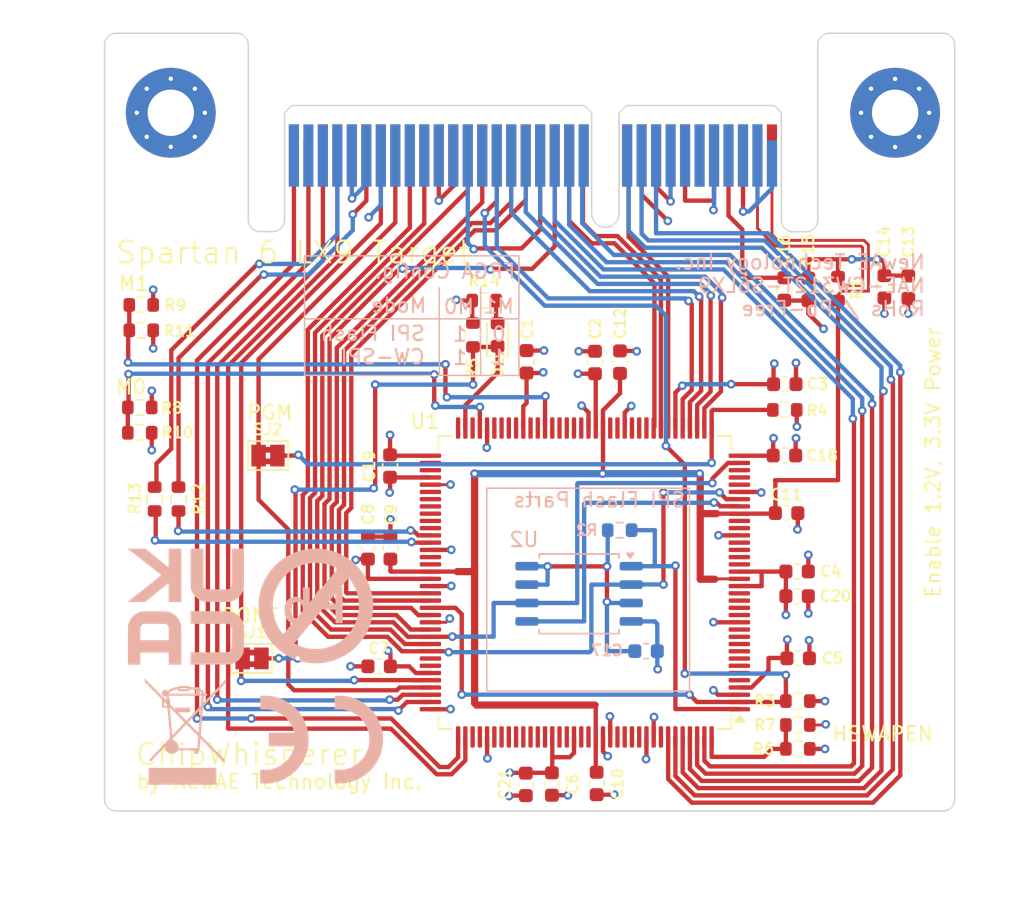
<source format=kicad_pcb>
(kicad_pcb (version 20240108) (generator "pcbnew") (generator_version "8.0")
  (layers (0 "F.Cu" signal) (1 "In1.Cu" signal) (2 "In2.Cu" signal) (31 "B.Cu" signal) (34 "B.Paste" user) (35 "F.Paste" user) (36 "B.SilkS" user "B.Silkscreen") (37 "F.SilkS" user "F.Silkscreen") (38 "B.Mask" user) (39 "F.Mask" user) (44 "Edge.Cuts" user))
  (net 0 "")
  (net 1 "VCC")
  (net 2 "GND")
  (net 3 "/CW312T-Connector/SHUNTL")
  (net 4 "VCCINT")
  (net 5 "Net-(D1-Pad2)")
  (net 6 "Net-(U1E-DONE_2)")
  (net 7 "Net-(P1-CLKOUT)")
  (net 8 "/CW312T-Connector/LED1")
  (net 9 "/XC6SLX9-3TQG144_1/SCK")
  (net 14 "Net-(P1-FILTIN)")
  (net 16 "/CW312T-Connector/GPIO4")
  (net 17 "/CW312T-Connector/PROGRAM")
  (net 18 "/CW312T-Connector/LED2")
  (net 19 "/XC6SLX9-3TQG144_2/TDO")
  (net 20 "/CW312T-Connector/HDR1")
  (net 23 "/CW312T-Connector/HDR6")
  (net 26 "/CW312T-Connector/HDR3")
  (net 27 "/XC6SLX9-3TQG144_2/TMS")
  (net 29 "/CW312T-Connector/nRST")
  (net 31 "/CW312T-Connector/GPIO3")
  (net 33 "/CW312T-Connector/HDR5")
  (net 34 "/CW312T-Connector/GPIO1")
  (net 35 "/CW312T-Connector/HDR10")
  (net 36 "/CW312T-Connector/DONE")
  (net 37 "/CW312T-Connector/HDR9")
  (net 38 "/CW312T-Connector/HDR4")
  (net 40 "/CW312T-Connector/HDR7")
  (net 41 "/XC6SLX9-3TQG144_2/TDI")
  (net 42 "/XC6SLX9-3TQG144_2/TCK")
  (net 43 "/CW312T-Connector/GPIO2")
  (net 44 "/CW312T-Connector/LED3")
  (net 45 "/XC6SLX9-3TQG144_1/MOSI")
  (net 46 "/CW312T-Connector/HDR2")
  (net 49 "/CW312T-Connector/MISO")
  (net 51 "/CW312T-Connector/HDR8")
  (net 52 "Net-(P1-CLKIN)")
  (net 53 "Net-(U1D-IO_L83N_VREF_3)")
  (net 54 "Net-(U1E-PROGRAM_B_2)")
  (net 55 "Net-(U1A-IO_L1P_HSWAPEN_0)")
  (net 56 "/XC6SLX9-3TQG144_1/M0")
  (net 57 "/XC6SLX9-3TQG144_1/M1")
  (net 58 "/CW312T-Connector/CLKI_TO_FPGA")
  (net 59 "/CW312T-Connector/CLKO_FROM_FPGA")
  (net 119 "Net-(U1D-IO_L36N_3)")
  (footprint "Capacitor_SMD:C_0603_1608Metric" (layer "F.Cu") (at 115.85 74.375 90)
    (property "Reference" "C1")
    (property "Value" "CAP_100n_6.3V_0603")
  )
  (footprint "tutorial_2_library:CW312_Template" (layer "F.Cu") (at 91.29 57.185)
    (property "Reference" "P1" (hide yes))
    (property "Value" "PCIEx4 EDGE CONNECTOR")
    (fp_line (start -4.57 -4.69) (end -4.57 47.4) (stroke (width 0.1)) (layer "Edge.Cuts"))
    (fp_line (start 4.55 -5.49) (end -3.77 -5.49) (stroke (width 0.1)) (layer "Edge.Cuts"))
    (fp_line (start 5.35 7.4) (end 5.35 -4.69) (stroke (width 0.1)) (layer "Edge.Cuts"))
    (fp_line (start 7.05 8.2) (end 6.15 8.2) (stroke (width 0.1)) (layer "Edge.Cuts"))
    (fp_line (start 7.85 0) (end 8.35 -0.5) (stroke (width 0.1)) (layer "Edge.Cuts"))
    (fp_line (start 7.85 7.4) (end 7.85 0) (stroke (width 0.1)) (layer "Edge.Cuts"))
    (fp_line (start 28.55 -0.5) (end 8.35 -0.5) (stroke (width 0.1)) (layer "Edge.Cuts"))
    (fp_line (start 29.05 0) (end 28.55 -0.5) (stroke (width 0.1)) (layer "Edge.Cuts"))
    (fp_line (start 29.05 6.95) (end 29.05 0) (stroke (width 0.1)) (layer "Edge.Cuts"))
    (fp_line (start 30.95 0) (end 31.45 -0.5) (stroke (width 0.1)) (layer "Edge.Cuts"))
    (fp_line (start 30.95 6.95) (end 30.95 0) (stroke (width 0.1)) (layer "Edge.Cuts"))
    (fp_line (start 41.65 -0.5) (end 31.45 -0.5) (stroke (width 0.1)) (layer "Edge.Cuts"))
    (fp_line (start 42.15 0) (end 41.65 -0.5) (stroke (width 0.1)) (layer "Edge.Cuts"))
    (fp_line (start 42.15 7.41) (end 42.15 0) (stroke (width 0.1)) (layer "Edge.Cuts"))
    (fp_line (start 42.95 8.21) (end 43.86 8.21) (stroke (width 0.1)) (layer "Edge.Cuts"))
    (fp_line (start 44.66 7.41) (end 44.66 -4.69) (stroke (width 0.1)) (layer "Edge.Cuts"))
    (fp_line (start 45.46 -5.49) (end 53.31 -5.49) (stroke (width 0.1)) (layer "Edge.Cuts"))
    (fp_line (start 53.31 48.2) (end -3.77 48.2) (stroke (width 0.1)) (layer "Edge.Cuts"))
    (fp_line (start 54.11 -4.69) (end 54.11 47.4) (stroke (width 0.1)) (layer "Edge.Cuts"))
    (fp_arc (start -4.57 -4.69) (mid -4.335685 -5.255685) (end -3.77 -5.49) (stroke (width 0.1)) (layer "Edge.Cuts"))
    (fp_arc (start -3.77 48.2) (mid -4.335685 47.965685) (end -4.57 47.4) (stroke (width 0.1)) (layer "Edge.Cuts"))
    (fp_arc (start 4.55 -5.49) (mid 5.115685 -5.255685) (end 5.35 -4.69) (stroke (width 0.1)) (layer "Edge.Cuts"))
    (fp_arc (start 6.15 8.2) (mid 5.584315 7.965685) (end 5.35 7.4) (stroke (width 0.1)) (layer "Edge.Cuts"))
    (fp_arc (start 7.85 7.4) (mid 7.615685 7.965685) (end 7.05 8.2) (stroke (width 0.1)) (layer "Edge.Cuts"))
    (fp_arc (start 30.95 6.95) (mid 30 7.9) (end 29.05 6.95) (stroke (width 0.1)) (layer "Edge.Cuts"))
    (fp_arc (start 42.95 8.21) (mid 42.384315 7.975685) (end 42.15 7.41) (stroke (width 0.1)) (layer "Edge.Cuts"))
    (fp_arc (start 44.66 -4.69) (mid 44.894315 -5.255685) (end 45.46 -5.49) (stroke (width 0.1)) (layer "Edge.Cuts"))
    (fp_arc (start 44.66 7.41) (mid 44.425685 7.975685) (end 43.86 8.21) (stroke (width 0.1)) (layer "Edge.Cuts"))
    (fp_arc (start 53.31 -5.49) (mid 53.875685 -5.255685) (end 54.11 -4.69) (stroke (width 0.1)) (layer "Edge.Cuts"))
    (fp_arc (start 54.11 47.4) (mid 53.875685 47.965685) (end 53.31 48.2) (stroke (width 0.1)) (layer "Edge.Cuts"))
  )
  (footprint "Capacitor_SMD:C_0603_1608Metric" (layer "F.Cu") (at 117.600001 103.521318 -90)
    (property "Reference" "C6")
    (property "Value" "CAP_100n_6.3V_0603")
  )
  (footprint "Capacitor_SMD:C_0603_1608Metric" (layer "F.Cu") (at 105.675 95.4 180)
    (property "Reference" "C7")
    (property "Value" "CAP_100n_6.3V_0603")
  )
  (footprint "Capacitor_SMD:C_0603_1608Metric" (layer "F.Cu") (at 106.45 87.221318 90)
    (property "Reference" "C9")
    (property "Value" "DNM_CAP_0603")
  )
  (footprint "Silkscrren_Symbols:Pb_Free_8.0x8.0mm_SilkScreen" (layer "F.Cu") (at 100.570079 91.228914)
    (property "Reference" "PCB2" (hide yes))
    (property "Value" "Pb_Free Symbol" (hide yes))
  )
  (footprint "Resistor_SMD:R_0603_1608Metric" (layer "F.Cu") (at 90.175 83.85 90)
    (property "Reference" "R13")
    (property "Value" "RES_51R_0603")
  )
  (footprint "Capacitor_SMD:C_0603_1608Metric" (layer "F.Cu") (at 133.8 84.821318)
    (property "Reference" "C11")
    (property "Value" "DNM_CAP_0603")
  )
  (footprint "Silkscrren_Symbols:CE-Logo_8.5x6mm_SilkScreen" (layer "F.Cu") (at 101.7 100.45)
    (property "Reference" "PCB1" (hide yes))
    (property "Value" "CE Symbol" (hide yes))
  )
  (footprint "Capacitor_SMD:C_0603_1608Metric" (layer "F.Cu") (at 140.550003 69.200001 -90)
    (property "Reference" "C14")
    (property "Value" "CAP_100n_6.3V_0603")
  )
  (footprint "Resistor_SMD:R_0603_1608Metric" (layer "F.Cu") (at 112.15 72.524997 90)
    (property "Reference" "R5")
    (property "Value" "RES_2k2_0603")
  )
  (footprint "Resistor_SMD:R_0603_1608Metric" (layer "F.Cu") (at 112.925 70.149997 180)
    (property "Reference" "R14")
    (property "Value" "RES_330R_0603")
  )
  (footprint "Package_QFP:TQFP-144_20x20mm_P0.5mm" (layer "F.Cu") (at 119.875001 89.608818 180)
    (property "Reference" "U1")
    (property "Value" "XC6SLX9-3TQG144")
  )
  (footprint "Resistor_SMD:R_0603_1608Metric" (layer "F.Cu") (at 89.25 72.2 180)
    (property "Reference" "R11")
    (property "Value" "RES_2k2_0603")
  )
  (footprint "Resistor_SMD:R_0603_1608Metric" (layer "F.Cu") (at 89.15 77.525)
    (property "Reference" "R8")
    (property "Value" "RES_2k2_0603")
  )
  (footprint "Resistor_SMD:R_0603_1608Metric" (layer "F.Cu") (at 134.575 97.796318)
    (property "Reference" "R3")
    (property "Value" "RES_2k2_0603")
  )
  (footprint "Resistor_SMD:R_0603_1608Metric" (layer "F.Cu") (at 89.15 79.275 180)
    (property "Reference" "R10")
    (property "Value" "RES_2k2_0603")
  )
  (footprint "Capacitor_SMD:C_0603_1608Metric" (layer "F.Cu") (at 104.900001 87.221317 90)
    (property "Reference" "C8")
    (property "Value" "CAP_100n_6.3V_0603")
  )
  (footprint "Resistor_SMD:R_0603_1608Metric" (layer "F.Cu") (at 137.35 69.325 90)
    (property "Reference" "R1")
    (property "Value" "RES_1R1_0603")
  )
  (footprint "Resistor_SMD:R_0603_1608Metric" (layer "F.Cu") (at 89.25 70.45)
    (property "Reference" "R9")
    (property "Value" "RES_2k2_0603")
  )
  (footprint "Jumper:SolderJumper-2_P1.3mm_Bridged2Bar_Pad1.0x1.5mm" (layer "F.Cu") (at 98.000001 80.85)
    (property "Reference" "SJ2")
    (property "Value" "~")
  )
  (footprint "Silkscrren_Symbols:UKCA-Logo_8x8mm_SilkScreen" (layer "F.Cu") (at 91.701963 91.274918)
    (property "Reference" "PCB3" (hide yes))
    (property "Value" "UKCA symbol" (hide yes))
  )
  (footprint "Capacitor_SMD:C_0603_1608Metric" (layer "F.Cu") (at 106.425 81.571318 90)
    (property "Reference" "C19")
    (property "Value" "CAP_100n_6.3V_0603")
  )
  (footprint "Capacitor_SMD:C_0603_1608Metric" (layer "F.Cu") (at 120.575 74.425 90)
    (property "Reference" "C2")
    (property "Value" "CAP_100n_6.3V_0603")
  )
  (footprint "Capacitor_SMD:C_0603_1608Metric" (layer "F.Cu") (at 134.525 88.85)
    (property "Reference" "C4")
    (property "Value" "CAP_100n_6.3V_0603")
  )
  (footprint "Capacitor_SMD:C_0603_1608Metric" (layer "F.Cu") (at 122.3 74.4 90)
    (property "Reference" "C12")
    (property "Value" "DNM_CAP_0603")
  )
  (footprint "Capacitor_SMD:C_0603_1608Metric" (layer "F.Cu") (at 134.6 94.846318)
    (property "Reference" "C5")
    (property "Value" "CAP_100n_6.3V_0603")
  )
  (footprint "Capacitor_SMD:C_0603_1608Metric" (layer "F.Cu") (at 133.675 75.921318)
    (property "Reference" "C3")
    (property "Value" "CAP_100n_6.3V_0603")
  )
  (footprint "Resistor_SMD:R_0603_1608Metric" (layer "F.Cu") (at 134.575 101.096318 180)
    (property "Reference" "R6")
    (property "Value" "RES_2k2_0603")
  )
  (footprint "Resistor_SMD:R_0603_1608Metric" (layer "F.Cu") (at 91.825 83.85 -90)
    (property "Reference" "R12")
    (property "Value" "RES_51R_0603")
  )
  (footprint "LED_SMD:LED_0603_1608Metric" (layer "F.Cu") (at 113.85 72.512499 90)
    (property "Reference" "D1")
    (property "Value" "APT1608SRCPRV")
  )
  (footprint "Capacitor_SMD:C_0603_1608Metric" (layer "F.Cu") (at 120.687501 103.483818 -90)
    (property "Reference" "C10")
    (property "Value" "DNM_CAP_0603")
  )
  (footprint "Resistor_SMD:R_0603_1608Metric" (layer "F.Cu") (at 134.575 99.446318)
    (property "Reference" "R7")
    (property "Value" "DNM_0603")
  )
  (footprint "Capacitor_SMD:C_0603_1608Metric" (layer "F.Cu") (at 133.640004 69.349999 -90)
    (property "Reference" "C16")
    (property "Value" "CAP_2u2_6.3V_0603")
  )
  (footprint "Capacitor_SMD:C_0603_1608Metric" (layer "F.Cu") (at 134.525 90.55)
    (property "Reference" "C20")
    (property "Value" "CAP_2u2_6.3V_0603")
  )
  (footprint "Capacitor_SMD:C_0603_1608Metric" (layer "F.Cu") (at 142.2 69.225 -90)
    (property "Reference" "C13")
    (property "Value" "CAP_100n_6.3V_0603")
  )
  (footprint "Resistor_SMD:R_0603_1608Metric" (layer "F.Cu") (at 133.675 77.696318)
    (property "Reference" "R4")
    (property "Value" "RES_2k2_0603")
  )
  (footprint "Jumper:SolderJumper-2_P1.3mm_Bridged2Bar_Pad1.0x1.5mm" (layer "F.Cu") (at 96.900001 94.85)
    (property "Reference" "SJ1")
    (property "Value" "~")
  )
  (footprint "Capacitor_SMD:C_0603_1608Metric" (layer "F.Cu") (at 133.65 80.846318)
    (property "Reference" "C18")
    (property "Value" "CAP_100n_6.3V_0603")
  )
  (footprint "Capacitor_SMD:C_0603_1608Metric" (layer "F.Cu") (at 135.3 69.375 -90)
    (property "Reference" "C15")
    (property "Value" "CAP_2u2_6.3V_0603")
  )
  (footprint "Capacitor_SMD:C_0603_1608Metric" (layer "F.Cu") (at 115.8 103.546318 -90)
    (property "Reference" "C21")
    (property "Value" "CAP_2u2_6.3V_0603")
  )
  (footprint "Silkscrren_Symbols:WEEE-Logo_5.6x8mm_SilkScreen" (layer "F.Cu") (at 91.216666 99.553985)
    (property "Reference" "PCB4" (hide yes))
    (property "Value" "WEEE SYMBOL" (hide yes))
  )
  (footprint "Resistor_SMD:R_0603_1608Metric" (layer "B.Cu") (at 122.275 86 180)
    (property "Reference" "R2")
    (property "Value" "RES_2k2_0603")
  )
  (footprint "Capacitor_SMD:C_0603_1608Metric" (layer "B.Cu") (at 124.1 94.35)
    (property "Reference" "C17")
    (property "Value" "CAP_100n_6.3V_0603")
  )
  (footprint "Package_SO:SOIC-8_5.275x5.275mm_P1.27mm" (layer "B.Cu") (at 119.475 90.391318 180)
    (property "Reference" "U2")
    (property "Value" "SST25VF040B-50-4C-SAF-T")
  )
  (gr_rect (start 113.1 83.1) (end 127.1 97.1) (stroke (width 0.1)) (fill none) (layer "B.SilkS"))
  (gr_line (start 112.6725 69.262739) (end 112.6725 75.312739) (stroke (width 0.1)) (layer "B.SilkS"))
  (gr_line (start 109.8225 69.262739) (end 109.8225 75.312739) (stroke (width 0.1)) (layer "B.SilkS"))
  (gr_line (start 115.3225 71.412739) (end 100.5225 71.412739) (stroke (width 0.1)) (layer "B.SilkS"))
  (gr_rect (start 100.5225 67.062739) (end 115.3225 75.312739) (stroke (width 0.1)) (fill none) (layer "B.SilkS"))
  (gr_text "SPI Flash\nCW-SPI" (at 108.9225 74.612739 0) (layer "B.SilkS") (effects (font (size 1 1)) (justify left bottom mirror)))
  (gr_text "SPI Flash Parts" (at 126.9 84.5 0) (layer "B.SilkS") (effects (font (size 1 1)) (justify left bottom mirror)))
  (gr_text "M0" (at 112.3225 71.162739 0) (layer "B.SilkS") (effects (font (size 1 1)) (justify left bottom mirror)))
  (gr_text "0\n1" (at 114.5225 74.662739 0) (layer "B.SilkS") (effects (font (size 1 1)) (justify left bottom mirror)))
  (gr_text "FPGA Config." (at 115.1725 68.712739 0) (layer "B.SilkS") (effects (font (size 1 1)) (justify left bottom mirror)))
  (gr_text "Mode" (at 109.0225 71.062739 0) (layer "B.SilkS") (effects (font (size 1 1)) (justify left bottom mirror)))
  (gr_text "NewAE Technology Inc.\nNAE-CW312T-S6LX9\nRoHs / Pb-Free" (at 143.45 71.3 0) (layer "B.SilkS") (effects (font (size 1 1)) (justify left bottom mirror)))
  (gr_text "M1" (at 115.0725 71.112739 0) (layer "B.SilkS") (effects (font (size 1 1)) (justify left bottom mirror)))
  (gr_text "1\n1" (at 111.8225 74.662739 0) (layer "B.SilkS") (effects (font (size 1 1)) (justify left bottom mirror)))
  (gr_text "HSWAPEN" (at 136.85 100.65 0) (layer "F.SilkS") (effects (font (size 1 1)) (justify left bottom)))
  (gr_text "Spartan 6 LX9 Target" (at 87.4 67.7 0) (layer "F.SilkS") (effects (font (size 1.5 1.5)) (justify left bottom)))
  (gr_text "Enable 1.2V, 3.3V Power" (at 144.5 90.75 90) (layer "F.SilkS") (effects (font (size 1 1)) (justify left bottom)))
  (gr_text "M1" (at 87.6 69.55 0) (layer "F.SilkS") (effects (font (size 1 1)) (justify left bottom)))
  (gr_text "PGM" (at 96.45 78.45 0) (layer "F.SilkS") (effects (font (size 1 1)) (justify left bottom)))
  (gr_text "DONE" (at 94.7 92.5 0) (layer "F.SilkS") (effects (font (size 1 1)) (justify left bottom)))
  (gr_text "ChipWhisperer" (at 88.75 102.35 0) (layer "F.SilkS") (effects (font (size 1.5 1.5)) (justify left bottom)))
  (gr_text "by NewAE Technology Inc." (at 88.85 103.95 0) (layer "F.SilkS") (effects (font (size 1 1)) (justify left bottom)))
  (gr_text "M0" (at 87.4 76.7 0) (layer "F.SilkS") (effects (font (size 1 1)) (justify left bottom)))
  (segment (start 116.95 75.15) (end 117 75.1) (width 0.3) (layer "F.Cu") (net 1))
  (segment (start 132.9 79.65) (end 132.875 79.625) (width 0.2) (layer "F.Cu") (net 1))
  (segment (start 114.703682 102.746318) (end 114.7 102.75) (width 0.2) (layer "F.Cu") (net 1))
  (segment (start 132.9 75.921318) (end 132.9 74.55) (width 0.3) (layer "F.Cu") (net 1))
  (segment (start 130.537501 89.858818) (end 132.075 89.858818) (width 0.3) (layer "F.Cu") (net 1))
  (segment (start 109.212501 82.358818) (end 106.537501 82.358818) (width 0.3) (layer "F.Cu") (net 1))
  (segment (start 112.1 70.149997) (end 112.1 71.649997) (width 0.3) (layer "F.Cu") (net 1))
  (segment (start 123.79 62.84) (end 125.6 64.65) (width 0.3) (layer "F.Cu") (net 1))
  (segment (start 132.8625 80.858818) (end 132.875 80.846318) (width 0.2) (layer "F.Cu") (net 1))
  (segment (start 130.537501 83.358818) (end 132.008818 83.358818) (width 0.3) (layer "F.Cu") (net 1))
  (segment (start 117.725001 101.671318) (end 117.625001 101.571318) (width 0.3) (layer "F.Cu") (net 1))
  (segment (start 112.200001 71.649999) (end 112.15 71.699997) (width 0.2) (layer "F.Cu") (net 1))
  (segment (start 121.125001 101.275001) (end 121.125001 100.271318) (width 0.3) (layer "F.Cu") (net 1))
  (segment (start 106.45 95.4) (end 106.45 94.484026) (width 0.3) (layer "F.Cu") (net 1))
  (segment (start 121.4 88.5) (end 121.4 90.95) (width 0.3) (layer "F.Cu") (net 1))
  (segment (start 107.75 95.4) (end 106.45 95.4) (width 0.3) (layer "F.Cu") (net 1))
  (segment (start 117.600001 102.746318) (end 115.825 102.746318) (width 0.3) (layer "F.Cu") (net 1))
  (segment (start 112.1 70.149997) (end 111.049997 70.149997) (width 0.3) (layer "F.Cu") (net 1))
  (segment (start 132.075 89.858818) (end 132.075 88.858818) (width 0.3) (layer "F.Cu") (net 1))
  (segment (start 126.6 76.026038) (end 126.125 76.501038) (width 0.3) (layer "F.Cu") (net 1))
  (segment (start 120.625001 75.250001) (end 120.625001 78.946318) (width 0.3) (layer "F.Cu") (net 1))
  (segment (start 109.212501 89.358818) (end 104.900001 89.358818) (width 0.3) (layer "F.Cu") (net 1))
  (segment (start 106.425 83.375) (end 106.4 83.4) (width 0.2) (layer "F.Cu") (net 1))
  (segment (start 112.1 71.649997) (end 112.15 71.699997) (width 0.2) (layer "F.Cu") (net 1))
  (segment (start 109.212501 87.358818) (end 110.641182 87.358818) (width 0.3) (layer "F.Cu") (net 1))
  (segment (start 119.125001 100.271318) (end 119.125001 101.371317) (width 0.3) (layer "F.Cu") (net 1))
  (segment (start 104.900001 89.358818) (end 104.900001 87.996317) (width 0.3) (layer "F.Cu") (net 1))
  (segment (start 89.975 77.525) (end 89.975 76.375) (width 0.3) (layer "F.Cu") (net 1))
  (segment (start 119.125001 101.371317) (end 118.825 101.671318) (width 0.3) (layer "F.Cu") (net 1))
  (segment (start 117.600001 102.746318) (end 117.575001 102.746318) (width 0.2) (layer "F.Cu") (net 1))
  (segment (start 115.825 102.746318) (end 114.703682 102.746318) (width 0.3) (layer "F.Cu") (net 1))
  (segment (start 130.537501 88.858818) (end 132.075 88.858818) (width 0.3) (layer "F.Cu") (net 1))
  (segment (start 115.825 102.746318) (end 115.8 102.771318) (width 0.2) (layer "F.Cu") (net 1))
  (segment (start 133.825 94.846318) (end 133.825 93.575) (width 0.3) (layer "F.Cu") (net 1))
  (segment (start 136.446318 101.096318) (end 136.45 101.1) (width 0.2) (layer "F.Cu") (net 1))
  (segment (start 134.5 77.696318) (end 134.5 78.840997) (width 0.3) (layer "F.Cu") (net 1))
  (segment (start 133.775 94.771318) (end 133.7 94.846318) (width 0.3) (layer "F.Cu") (net 1))
  (segment (start 134.5 78.840997) (end 134.511357 78.852354) (width 0.2) (layer "F.Cu") (net 1))
  (segment (start 115.85 75.15) (end 116.95 75.15) (width 0.3) (layer "F.Cu") (net 1))
  (segment (start 120.575 75.2) (end 119.4 75.2) (width 0.3) (layer "F.Cu") (net 1))
  (segment (start 120.575 75.2) (end 120.600001 75.225001) (width 0.3) (layer "F.Cu") (net 1))
  (segment (start 132.55 94.821318) (end 132.55 95.686939) (width 0.3) (layer "F.Cu") (net 1))
  (segment (start 133.8 94.821318) (end 132.6 94.821318) (width 0.3) (layer "F.Cu") (net 1))
  (segment (start 110.641182 87.358818) (end 110.65 87.35) (width 0.2) (layer "F.Cu") (net 1))
  (segment (start 104.103683 87.996317) (end 104.05 88.05) (width 0.3) (layer "F.Cu") (net 1))
  (segment (start 133.75 88.85) (end 133.75 90.55) (width 0.3) (layer "F.Cu") (net 1))
  (segment (start 136.446318 97.796318) (end 136.45 97.8) (width 0.2) (layer "F.Cu") (net 1))
  (segment (start 131.378121 96.858818) (end 130.537501 96.858818) (width 0.3) (layer "F.Cu") (net 1))
  (segment (start 115.625001 78.946318) (end 115.625001 77.45) (width 0.3) (layer "F.Cu") (net 1))
  (segment (start 90.075 70.45) (end 90.075 69.4) (width 0.3) (layer "F.Cu") (net 1))
  (segment (start 118.825 101.671318) (end 117.725001 101.671318) (width 0.3) (layer "F.Cu") (net 1))
  (segment (start 124.125001 101.774999) (end 124.1 101.8) (width 0.2) (layer "F.Cu") (net 1))
  (segment (start 111.049997 70.149997) (end 111 70.1) (width 0.3) (layer "F.Cu") (net 1))
  (segment (start 120.575 75.2) (end 120.625001 75.250001) (width 0.3) (layer "F.Cu") (net 1))
  (segment (start 117.625001 100.271318) (end 117.625001 101.571318) (width 0.3) (layer "F.Cu") (net 1))
  (segment (start 115.85 77.225001) (end 115.85 75.15) (width 0.3) (layer "F.Cu") (net 1))
  (segment (start 133.825 94.846318) (end 133.8 94.821318) (width 0.3) (layer "F.Cu") (net 1))
  (segment (start 126.137501 78.933817) (end 126.125 78.946318) (width 0.2) (layer "F.Cu") (net 1))
  (segment (start 117.625001 102.721318) (end 117.600001 102.746318) (width 0.2) (layer "F.Cu") (net 1))
  (segment (start 106.45 94.484026) (end 106.282987 94.317013) (width 0.3) (layer "F.Cu") (net 1))
  (segment (start 106.6 82.346318) (end 106.5875 82.358818) (width 0.2) (layer "F.Cu") (net 1))
  (segment (start 108.208817 95.858817) (end 107.75 95.4) (width 0.3) (layer "F.Cu") (net 1))
  (segment (start 133.75 90.55) (end 133.75 91.85) (width 0.3) (layer "F.Cu") (net 1))
  (segment (start 121.45 101.6) (end 121.125001 101.275001) (width 0.3) (layer "F.Cu") (net 1))
  (segment (start 106.425 82.346318) (end 106.425 83.375) (width 0.3) (layer "F.Cu") (net 1))
  (segment (start 132.008818 83.358818) (end 132.05 83.4) (width 0.2) (layer "F.Cu") (net 1))
  (segment (start 126.125 76.501038) (end 126.125 78.946318) (width 0.3) (layer "F.Cu") (net 1))
  (segment (start 104.900001 87.996317) (end 104.103683 87.996317) (width 0.3) (layer "F.Cu") (net 1))
  (segment (start 133.741182 88.858818) (end 133.75 88.85) (width 0.3) (layer "F.Cu") (net 1))
  (segment (start 132.55 95.686939) (end 131.378121 96.858818) (width 0.3) (layer "F.Cu") (net 1))
  (segment (start 115.625001 77.45) (end 115.85 77.225001) (width 0.3) (layer "F.Cu") (net 1))
  (segment (start 133.825 93.575) (end 133.85 93.55) (width 0.3) (layer "F.Cu") (net 1))
  (segment (start 130.537501 80.858818) (end 132.8625 80.858818) (width 0.3) (layer "F.Cu") (net 1))
  (segment (start 117.625001 101.571318) (end 117.625001 102.721318) (width 0.3) (layer "F.Cu") (net 1))
  (segment (start 133.7125 88.8875) (end 133.75 88.85) (width 0.3) (layer "F.Cu") (net 1))
  (segment (start 109.212501 95.858817) (end 108.208817 95.858817) (width 0.3) (layer "F.Cu") (net 1))
  (segment (start 129.975 75.921318) (end 132.9 75.921318) (width 0.3) (layer "F.Cu") (net 1))
  (segment (start 135.4 97.796318) (end 136.446318 97.796318) (width 0.3) (layer "F.Cu") (net 1))
  (segment (start 121.4 88.5) (end 117.3 88.5) (width 0.3) (layer "F.Cu") (net 1))
  (segment (start 117.575001 102.746318) (end 117.537501 102.783818) (width 0.2) (layer "F.Cu") (net 1))
  (segment (start 132.075 88.858818) (end 133.741182 88.858818) (width 0.3) (layer "F.Cu") (net 1))
  (segment (start 123.79 60.135) (end 123.79 62.84) (width 0.3) (layer "F.Cu") (net 1))
  (segment (start 132.9 74.55) (end 132.95 74.5) (width 0.3) (layer "F.Cu") (net 1))
  (segment (start 124.125001 100.271318) (end 124.125001 101.774999) (width 0.3) (layer "F.Cu") (net 1))
  (segment (start 132.875 80.846318) (end 132.875 79.625) (width 0.3) (layer "F.Cu") (net 1))
  (segment (start 135.4 101.096318) (end 136.446318 101.096318) (width 0.3) (layer "F.Cu") (net 1))
  (segment (start 132.6 94.821318) (end 132.575 94.846318) (width 0.3) (layer "F.Cu") (net 1))
  (segment (start 133.675 90.475) (end 133.75 90.55) (width 0.2) (layer "F.Cu") (net 1))
  (via (at 117.3 88.5) (size 0.6) (drill 0.3) (layers "F.Cu" "B.Cu") (net 1))
  (via (at 132.9 79.65) (size 0.6) (drill 0.3) (layers "F.Cu" "B.Cu") (net 1))
  (via (at 129.975 75.921318) (size 0.6) (drill 0.3) (layers "F.Cu" "B.Cu") (net 1))
  (via (at 121.4 88.5) (size 0.6) (drill 0.3) (layers "F.Cu" "B.Cu") (net 1))
  (via (at 132.95 74.5) (size 0.6) (drill 0.3) (layers "F.Cu" "B.Cu") (net 1))
  (via (at 124.1 101.8) (size 0.6) (drill 0.3) (layers "F.Cu" "B.Cu") (net 1))
  (via (at 133.85 93.55) (size 0.6) (drill 0.3) (layers "F.Cu" "B.Cu") (net 1))
  (via (at 114.7 102.75) (size 0.6) (drill 0.3) (layers "F.Cu" "B.Cu") (net 1))
  (via (at 132.05 83.4) (size 0.6) (drill 0.3) (layers "F.Cu" "B.Cu") (net 1))
  (via (at 110.65 87.35) (size 0.6) (drill 0.3) (layers "F.Cu" "B.Cu") (net 1))
  (via (at 104.05 88.05) (size 0.6) (drill 0.3) (layers "F.Cu" "B.Cu") (net 1))
  (via (at 128.75 63.9) (size 0.6) (drill 0.3) (layers "F.Cu" "B.Cu") (net 1))
  (via (at 111 70.1) (size 0.6) (drill 0.3) (layers "F.Cu" "B.Cu") (net 1))
  (via (at 106.4 83.4) (size 0.6) (drill 0.3) (layers "F.Cu" "B.Cu") (net 1))
  (via (at 90.075 69.4) (size 0.6) (drill 0.3) (layers "F.Cu" "B.Cu") (net 1))
  (via (at 133.75 91.85) (size 0.6) (drill 0.3) (layers "F.Cu" "B.Cu") (net 1))
  (via (at 125.6 64.65) (size 0.6) (drill 0.3) (layers "F.Cu" "B.Cu") (net 1))
  (via (at 121.4 90.95) (size 0.6) (drill 0.3) (layers "F.Cu" "B.Cu") (net 1))
  (via (at 104.95 64.4) (size 0.6) (drill 0.3) (layers "F.Cu" "B.Cu") (net 1))
  (via (at 119.4 75.2) (size 0.6) (drill 0.3) (layers "F.Cu" "B.Cu") (net 1))
  (via (at 117 75.1) (size 0.6) (drill 0.3) (layers "F.Cu" "B.Cu") (net 1))
  (via (at 106.282987 94.317013) (size 0.6) (drill 0.3) (layers "F.Cu" "B.Cu") (net 1))
  (via (at 89.975 76.375) (size 0.6) (drill 0.3) (layers "F.Cu" "B.Cu") (net 1))
  (via (at 134.511357 78.852354) (size 0.6) (drill 0.3) (layers "F.Cu" "B.Cu") (net 1))
  (via (at 126.6 76.026038) (size 0.6) (drill 0.3) (layers "F.Cu" "B.Cu") (net 1))
  (via (at 136.45 101.1) (size 0.6) (drill 0.3) (layers "F.Cu" "B.Cu") (net 1))
  (via (at 121.45 101.6) (size 0.6) (drill 0.3) (layers "F.Cu" "B.Cu") (net 1))
  (via (at 136.45 97.8) (size 0.6) (drill 0.3) (layers "F.Cu" "B.Cu") (net 1))
  (segment (start 121.4 90.95) (end 121.4 94.35) (width 0.3) (layer "B.Cu") (net 1))
  (segment (start 105.79 63.56) (end 104.95 64.4) (width 0.3) (layer "B.Cu") (net 1))
  (segment (start 117.3 89.756318) (end 117.3 88.5) (width 0.3) (layer "B.Cu") (net 1))
  (segment (start 121.476318 91.026318) (end 123.075 91.026318) (width 0.3) (layer "B.Cu") (net 1))
  (segment (start 126.70472 75.921318) (end 129.975 75.921318) (width 0.3) (layer "B.Cu") (net 1))
  (segment (start 105.79 60.135) (end 105.79 63.56) (width 0.3) (layer "B.Cu") (net 1))
  (segment (start 128.79 60.135) (end 128.79 63.86) (width 0.3) (layer "B.Cu") (net 1))
  (segment (start 126.6 76.026038) (end 126.70472 75.921318) (width 0.3) (layer "B.Cu") (net 1))
  (segment (start 128.79 63.86) (end 128.75 63.9) (width 0.2) (layer "B.Cu") (net 1))
  (segment (start 117.3 88.5) (end 115.888682 88.5) (width 0.3) (layer "B.Cu") (net 1))
  (segment (start 121.45 86) (end 121.45 88.45) (width 0.3) (layer "B.Cu") (net 1))
  (segment (start 115.888682 88.5) (end 115.875 88.486318) (width 0.2) (layer "B.Cu") (net 1))
  (segment (start 121.4 94.35) (end 123.325 94.35) (width 0.3) (layer "B.Cu") (net 1))
  (segment (start 121.4 90.95) (end 121.476318 91.026318) (width 0.2) (layer "B.Cu") (net 1))
  (segment (start 121.45 88.45) (end 121.4 88.5) (width 0.2) (layer "B.Cu") (net 1))
  (segment (start 115.875 89.756318) (end 117.3 89.756318) (width 0.3) (layer "B.Cu") (net 1))
  (segment (start 110.641182 89.858818) (end 110.65 89.85) (width 0.2) (layer "F.Cu") (net 2))
  (segment (start 135.3 90.55) (end 135.3 91.75) (width 0.3) (layer "F.Cu") (net 2))
  (segment (start 140.550003 71.049997) (end 140.55 71.05) (width 0.2) (layer "F.Cu") (net 2))
  (segment (start 135.3 71.05) (end 135.3 70.15) (width 0.3) (layer "F.Cu") (net 2))
  (segment (start 128.758818 92.358818) (end 128.75 92.35) (width 0.2) (layer "F.Cu") (net 2))
  (segment (start 124.625001 98.924999) (end 124.65 98.9) (width 0.2) (layer "F.Cu") (net 2))
  (segment (start 121.625001 98.875001) (end 121.6 98.85) (width 0.2) (layer "F.Cu") (net 2))
  (segment (start 124.79 62.3) (end 124.79 60.135) (width 0.3) (layer "F.Cu") (net 2))
  (segment (start 110.291182 92.358818) (end 110.55 92.1) (width 0.2) (layer "F.Cu") (net 2))
  (segment (start 130.537501 86.358818) (end 129.108818 86.358818) (width 0.3) (layer "F.Cu") (net 2))
  (segment (start 134.45 79.65) (end 134.45 79.7) (width 0.2) (layer "F.Cu") (net 2))
  (segment (start 109.212501 89.858818) (end 110.641182 89.858818) (width 0.3) (layer "F.Cu") (net 2))
  (segment (start 136.35 72.1) (end 135.3 71.05) (width 0.3) (layer "F.Cu") (net 2))
  (segment (start 142.2 70) (end 142.2 71.05) (width 0.3) (layer "F.Cu") (net 2))
  (segment (start 106.449999 86.446317) (end 106.45 86.446318) (width 0.2) (layer "F.Cu") (net 2))
  (segment (start 120.687501 104.258818) (end 121.891182 104.258818) (width 0.3) (layer "F.Cu") (net 2))
  (segment (start 113.125001 78.946318) (end 113.125001 80.274999) (width 0.3) (layer "F.Cu") (net 2))
  (segment (start 117.600001 104.296318) (end 118.696318 104.296318) (width 0.3) (layer "F.Cu") (net 2))
  (segment (start 134.45 79.7) (end 134.425 79.725) (width 0.2) (layer "F.Cu") (net 2))
  (segment (start 130.8 64) (end 130.79 63.99) (width 0.3) (layer "F.Cu") (net 2))
  (segment (start 104.9 95.4) (end 103.7 95.4) (width 0.3) (layer "F.Cu") (net 2))
  (segment (start 90.075 72.2) (end 90.075 73.45) (width 0.3) (layer "F.Cu") (net 2))
  (segment (start 135.3 70.15) (end 133.665005 70.15) (width 0.3) (layer "F.Cu") (net 2))
  (segment (start 135.375 93.625) (end 135.35 93.6) (width 0.2) (layer "F.Cu") (net 2))
  (segment (start 89.975 80.475) (end 89.975 79.275) (width 0.3) (layer "F.Cu") (net 2))
  (segment (start 122.625001 77.874999) (end 122.625001 78.946318) (width 0.3) (layer "F.Cu") (net 2))
  (segment (start 110.591182 98.358818) (end 110.6 98.35) (width 0.2) (layer "F.Cu") (net 2))
  (segment (start 115.5 66.55) (end 112.25 66.55) (width 0.3) (layer "F.Cu") (net 2))
  (segment (start 109.212501 80.858818) (end 106.4875 80.858818) (width 0.3) (layer "F.Cu") (net 2))
  (segment (start 135.375 94.846318) (end 135.375 93.625) (width 0.3) (layer "F.Cu") (net 2))
  (segment (start 106.45 86.446318) (end 106.45 85.25) (width 0.3) (layer "F.Cu") (net 2))
  (segment (start 122.3 73.625) (end 123.425 73.625) (width 0.3) (layer "F.Cu") (net 2))
  (segment (start 104.900001 86.446317) (end 106.449999 86.446317) (width 0.3) (layer "F.Cu") (net 2))
  (segment (start 130.537502 97.358818) (end 129.058818 97.358818) (width 0.3) (layer "F.Cu") (net 2))
  (segment (start 115.8 104.321318) (end 114.678682 104.321318) (width 0.3) (layer "F.Cu") (net 2))
  (segment (start 106.425 80.796318) (end 106.425 79.425) (width 0.3) (layer "F.Cu") (net 2))
  (segment (start 129.108818 86.358818) (end 129.1 86.35) (width 0.2) (layer "F.Cu") (net 2))
  (segment (start 130.537501 92.358818) (end 128.758818 92.358818) (width 0.3) (layer "F.Cu") (net 2))
  (segment (start 116.79 65.26) (end 116.79 60.135) (width 0.3) (layer "F.Cu") (net 2))
  (segment (start 109.212501 82.858818) (end 110.591182 82.858818) (width 0.2) (layer "F.Cu") (net 2))
  (segment (start 135.3 88.85) (end 135.3 87.7) (width 0.3) (layer "F.Cu") (net 2))
  (segment (start 112.25 66.55) (end 112.2 66.6) (width 0.3) (layer "F.Cu") (net 2))
  (segment (start 118.696318 104.296318) (end 118.7 104.3) (width 0.2) (layer "F.Cu") (net 2))
  (segment (start 113.125001 100.271318) (end 113.125001 101.725001) (width 0.3) (layer "F.Cu") (net 2))
  (segment (start 115.5 66.55) (end 116.79 65.26) (width 0.3) (layer "F.Cu") (net 2))
  (segment (start 133.665005 70.15) (end 133.640004 70.124999) (width 0.3) (layer "F.Cu") (net 2))
  (segment (start 109.212501 98.358818) (end 110.591182 98.358818) (width 0.3) (layer "F.Cu") (net 2))
  (segment (start 120.575 73.65) (end 119.45 73.65) (width 0.3) (layer "F.Cu") (net 2))
  (segment (start 134.575 85.925) (end 134.55 85.95) (width 0.2) (layer "F.Cu") (net 2))
  (segment (start 113.125001 80.274999) (end 113.1 80.3) (width 0.2) (layer "F.Cu") (net 2))
  (segment (start 109.212501 92.358818) (end 110.291182 92.358818) (width 0.2) (layer "F.Cu") (net 2))
  (segment (start 120.125001 78.946318) (end 120.125001 77.875001) (width 0.3) (layer "F.Cu") (net 2))
  (segment (start 140.550003 69.975001) (end 140.550003 71.049997) (width 0.3) (layer "F.Cu") (net 2))
  (segment (start 130.79 63.99) (end 130.79 60.135) (width 0.3) (layer "F.Cu") (net 2))
  (segment (start 115.85 73.6) (end 117.05 73.6) (width 0.3) (layer "F.Cu") (net 2))
  (segment (start 134.575 84.821318) (end 134.575 85.925) (width 0.3) (layer "F.Cu") (net 2))
  (segment (start 134.45 74.45) (end 134.45 75.921318) (width 0.3) (layer "F.Cu") (net 2))
  (segment (start 110.591182 82.858818) (end 110.6 82.85) (width 0.2) (layer "F.Cu") (net 2))
  (segment (start 135.4 99.446318) (end 136.453682 99.446318) (width 0.2) (layer "F.Cu") (net 2))
  (segment (start 134.425 80.846318) (end 134.425 79.725) (width 0.3) (layer "F.Cu") (net 2))
  (segment (start 121.625001 100.271318) (end 121.625001 98.875001) (width 0.3) (layer "F.Cu") (net 2))
  (segment (start 114.678682 104.321318) (end 114.65 104.35) (width 0.2) (layer "F.Cu") (net 2))
  (segment (start 109.79 63.25) (end 110.79 62.25) (width 0.3) (layer "F.Cu") (net 2))
  (segment (start 129.058818 97.358818) (end 128.75 97.05) (width 0.3) (layer "F.Cu") (net 2))
  (segment (start 120.125001 77.875001) (end 119.65 77.4) (width 0.3) (layer "F.Cu") (net 2))
  (segment (start 109.79 63.25) (end 109.79 60.135) (width 0.3) (layer "F.Cu") (net 2))
  (segment (start 125.79 63.3) (end 124.79 62.3) (width 0.3) (layer "F.Cu") (net 2))
  (segment (start 106.4875 80.858818) (end 106.425 80.796318) (width 0.2) (layer "F.Cu") (net 2))
  (segment (start 123.425 73.625) (end 123.45 73.65) (width 0.2) (layer "F.Cu") (net 2))
  (segment (start 123.075 77.425) (end 122.625001 77.874999) (width 0.3) (layer "F.Cu") (net 2))
  (segment (start 136.453682 99.446318) (end 136.5 99.4) (width 0.2) (layer "F.Cu") (net 2))
  (segment (start 124.625001 100.271318) (end 124.625001 98.924999) (width 0.3) (layer "F.Cu") (net 2))
  (segment (start 110.79 62.25) (end 110.79 60.135) (width 0.3) (layer "F.Cu") (net 2))
  (segment (start 121.891182 104.258818) (end 121.9 104.25) (width 0.2) (layer "F.Cu") (net 2))
  (segment (start 113.125001 101.725001) (end 113.15 101.75) (width 0.2) (layer "F.Cu") (net 2))
  (via (at 114.65 104.35) (size 0.6) (drill 0.3) (layers "F.Cu" "B.Cu") (net 2))
  (via (at 142.2 71.05) (size 0.6) (drill 0.3) (layers "F.Cu" "B.Cu") (net 2))
  (via (at 124.65 98.9) (size 0.6) (drill 0.3) (layers "F.Cu" "B.Cu") (net 2))
  (via (at 125.79 63.3) (size 0.6) (drill 0.3) (layers "F.Cu" "B.Cu") (net 2))
  (via (at 121.6 98.85) (size 0.6) (drill 0.3) (layers "F.Cu" "B.Cu") (net 2))
  (via (at 121.9 104.25) (size 0.6) (drill 0.3) (layers "F.Cu" "B.Cu") (net 2))
  (via (at 135.3 91.75) (size 0.6) (drill 0.3) (layers "F.Cu" "B.Cu") (net 2))
  (via (at 109.79 63.25) (size 0.6) (drill 0.3) (layers "F.Cu" "B.Cu") (net 2))
  (via (at 123.45 73.65) (size 0.6) (drill 0.3) (layers "F.Cu" "B.Cu") (net 2))
  (via (at 117.05 73.6) (size 0.6) (drill 0.3) (layers "F.Cu" "B.Cu") (net 2))
  (via (at 110.6 82.85) (size 0.6) (drill 0.3) (layers "F.Cu" "B.Cu") (net 2))
  (via (at 90.075 73.45) (size 0.6) (drill 0.3) (layers "F.Cu" "B.Cu") (net 2))
  (via (at 136.5 99.4) (size 0.6) (drill 0.3) (layers "F.Cu" "B.Cu") (net 2))
  (via (at 129.1 86.35) (size 0.6) (drill 0.3) (layers "F.Cu" "B.Cu") (net 2))
  (via (at 113.15 101.75) (size 0.6) (drill 0.3) (layers "F.Cu" "B.Cu") (net 2))
  (via (at 130.8 64) (size 0.6) (drill 0.3) (layers "F.Cu" "B.Cu") (net 2))
  (via (at 128.75 92.35) (size 0.6) (drill 0.3) (layers "F.Cu" "B.Cu") (net 2))
  (via (at 119.45 73.65) (size 0.6) (drill 0.3) (layers "F.Cu" "B.Cu") (net 2))
  (via (at 110.55 92.1) (size 0.6) (drill 0.3) (layers "F.Cu" "B.Cu") (net 2))
  (via (at 89.975 80.475) (size 0.6) (drill 0.3) (layers "F.Cu" "B.Cu") (net 2))
  (via (at 123.075 77.425) (size 0.6) (drill 0.3) (layers "F.Cu" "B.Cu") (net 2))
  (via (at 128.75 97.05) (size 0.6) (drill 0.3) (layers "F.Cu" "B.Cu") (net 2))
  (via (at 134.55 85.95) (size 0.6) (drill 0.3) (layers "F.Cu" "B.Cu") (net 2))
  (via (at 124.9 95.6) (size 0.6) (drill 0.3) (layers "F.Cu" "B.Cu") (net 2))
  (via (at 106.425 79.425) (size 0.6) (drill 0.3) (layers "F.Cu" "B.Cu") (net 2))
  (via (at 118.7 104.3) (size 0.6) (drill 0.3) (layers "F.Cu" "B.Cu") (net 2))
  (via (at 103.8 63.1) (size 0.6) (drill 0.3) (layers "F.Cu" "B.Cu") (net 2))
  (via (at 135.3 87.7) (size 0.6) (drill 0.3) (layers "F.Cu" "B.Cu") (net 2))
  (via (at 113.1 80.3) (size 0.6) (drill 0.3) (layers "F.Cu" "B.Cu") (net 2))
  (via (at 103.7 95.4) (size 0.6) (drill 0.3) (layers "F.Cu" "B.Cu") (net 2))
  (via (at 134.45 74.45) (size 0.6) (drill 0.3) (layers "F.Cu" "B.Cu") (net 2))
  (via (at 106.45 85.25) (size 0.6) (drill 0.3) (layers "F.Cu" "B.Cu") (net 2))
  (via (at 135.35 93.6) (size 0.6) (drill 0.3) (layers "F.Cu" "B.Cu") (net 2))
  (via (at 134.45 79.65) (size 0.6) (drill 0.3) (layers "F.Cu" "B.Cu") (net 2))
  (via (at 119.65 77.4) (size 0.6) (drill 0.3) (layers "F.Cu" "B.Cu") (net 2))
  (via (at 136.35 72.1) (size 0.6) (drill 0.3) (layers "F.Cu" "B.Cu") (net 2))
  (via (at 110.6 98.35) (size 0.6) (drill 0.3) (layers "F.Cu" "B.Cu") (net 2))
  (via (at 112.2 66.6) (size 0.6) (drill 0.3) (layers "F.Cu" "B.Cu") (net 2))
  (via (at 110.65 89.85) (size 0.6) (drill 0.3) (layers "F.Cu" "B.Cu") (net 2))
  (via (at 140.55 71.05) (size 0.6) (drill 0.3) (layers "F.Cu" "B.Cu") (net 2))
  (segment (start 124.875 95.575) (end 124.9 95.6) (width 0.3) (layer "B.Cu") (net 2))
  (segment (start 131.2 64) (end 130.8 64) (width 0.3) (layer "B.Cu") (net 2))
  (segment (start 104.79 60.135) (end 104.79 62.11) (width 0.3) (layer "B.Cu") (net 2))
  (segment (start 131.79 60.135) (end 131.79 62.36) (width 0.2) (layer "B.Cu") (net 2))
  (segment (start 123.075 92.296318) (end 124.696318 92.296318) (width 0.3) (layer "B.Cu") (net 2))
  (segment (start 111.79 60.135) (end 111.79 66.19) (width 0.3) (layer "B.Cu") (net 2))
  (segment (start 131.79 63.41) (end 131.79 62.36) (width 0.3) (layer "B.Cu") (net 2))
  (segment (start 124.875 94.35) (end 124.875 95.575) (width 0.3) (layer "B.Cu") (net 2))
  (segment (start 103.79 60.135) (end 103.79 63.09) (width 0.3) (layer "B.Cu") (net 2))
  (segment (start 124.696318 92.296318) (end 124.875 92.475) (width 0.3) (layer "B.Cu") (net 2))
  (segment (start 131.79 63.41) (end 131.2 64) (width 0.3) (layer "B.Cu") (net 2))
  (segment (start 124.875 92.475) (end 124.875 94.35) (width 0.3) (layer "B.Cu") (net 2))
  (segment (start 104.79 62.11) (end 103.8 63.1) (width 0.3) (layer "B.Cu") (net 2))
  (segment (start 131.79 63.41) (end 132.79 62.41) (width 0.3) (layer "B.Cu") (net 2))
  (segment (start 125.79 63.3) (end 125.79 60.135) (width 0.3) (layer "B.Cu") (net 2))
  (segment (start 132.79 62.41) (end 132.79 60.685) (width 0.3) (layer "B.Cu") (net 2))
  (segment (start 111.79 66.19) (end 112.2 66.6) (width 0.3) (layer "B.Cu") (net 2))
  (segment (start 103.79 63.09) (end 103.8 63.1) (width 0.2) (layer "B.Cu") (net 2))
  (segment (start 109.212501 88.858818) (end 106.4875 88.858818) (width 0.3) (layer "F.Cu") (net 3))
  (segment (start 132.9875 84.858818) (end 133.025 84.821318) (width 0.3) (layer "F.Cu") (net 3))
  (segment (start 127.837501 84.858818) (end 127.837501 82.133819) (width 0.5) (layer "F.Cu") (net 3))
  (segment (start 112.2625 97.933818) (end 112.4 98.071318) (width 0.5) (layer "F.Cu") (net 3))
  (segment (start 133.025 82.575) (end 133 82.55) (width 0.3) (layer "F.Cu") (net 3))
  (segment (start 137.35 82.55) (end 137.35 70.15) (width 0.3) (layer "F.Cu") (net 3))
  (segment (start 112.2625 88.858818) (end 111.062501 88.858818) (width 0.5) (layer "F.Cu") (net 3))
  (segment (start 137.35 69.75) (end 137.6 69.5) (width 0.2) (layer "F.Cu") (net 3))
  (segment (start 109.212501 88.858818) (end 111.062501 88.858818) (width 0.3) (layer "F.Cu") (net 3))
  (segment (start 133.191472 65.995) (end 132.79 65.593528) (width 0.2) (layer "F.Cu") (net 3))
  (segment (start 112.2625 88.858818) (end 112.2625 97.933818) (width 0.5) (layer "F.Cu") (net 3))
  (segment (start 130.537501 84.858818) (end 128.962501 84.858818) (width 0.3) (layer "F.Cu") (net 3))
  (segment (start 137.35 70.15) (end 137.35 69.75) (width 0.2) (layer "F.Cu") (net 3))
  (segment (start 133 82.55) (end 137.35 82.55) (width 0.3) (layer "F.Cu") (net 3))
  (segment (start 120.625001 102.646318) (end 120.687501 102.708818) (width 0.2) (layer "F.Cu") (net 3))
  (segment (start 133.025 84.821318) (end 133.025 82.575) (width 0.3) (layer "F.Cu") (net 3))
  (segment (start 106.4875 88.858818) (end 106.45 88.821318) (width 0.3) (layer "F.Cu") (net 3))
  (segment (start 122.3 75.175) (end 122.3 75.25) (width 0.3) (layer "F.Cu") (net 3))
  (segment (start 128.912501 89.308818) (end 128.962501 89.358818) (width 0.2) (layer "F.Cu") (net 3))
  (segment (start 112.2625 82.096318) (end 112.2625 88.858818) (width 0.5) (layer "F.Cu") (net 3))
  (segment (start 139.145 65.995) (end 133.191472 65.995) (width 0.2) (layer "F.Cu") (net 3))
  (segment (start 132.79 65.593528) (end 132.79 60.135) (width 0.2) (layer "F.Cu") (net 3))
  (segment (start 127.837501 89.383818) (end 127.837501 84.858818) (width 0.5) (layer "F.Cu") (net 3))
  (segment (start 128.962501 89.358818) (end 130.537501 89.358818) (width 0.2) (layer "F.Cu") (net 3))
  (segment (start 127.837501 82.133819) (end 127.8 82.096318) (width 0.5) (layer "F.Cu") (net 3))
  (segment (start 122.3 76.55) (end 122.3 75.175) (width 0.3) (layer "F.Cu") (net 3))
  (segment (start 121.125001 77.724999) (end 122.3 76.55) (width 0.3) (layer "F.Cu") (net 3))
  (segment (start 121.125001 78.946317) (end 121.125001 77.724999) (width 0.3) (layer "F.Cu") (net 3))
  (segment (start 121.1 82.096318) (end 121.125001 82.071317) (width 0.5) (layer "F.Cu") (net 3))
  (segment (start 112.4 98.071318) (end 120.575001 98.071318) (width 0.5) (layer "F.Cu") (net 3))
  (segment (start 139.45 66.3) (end 139.145 65.995) (width 0.2) (layer "F.Cu") (net 3))
  (segment (start 128.962501 84.858818) (end 127.837501 84.858818) (width 0.5) (layer "F.Cu") (net 3))
  (segment (start 121.125001 78.946317) (end 121.125001 82.071317) (width 0.3) (layer "F.Cu") (net 3))
  (segment (start 106.45 88.821318) (end 106.45 87.996318) (width 0.3) (layer "F.Cu") (net 3))
  (segment (start 133.05 84.846318) (end 133.025 84.821318) (width 0.3) (layer "F.Cu") (net 3))
  (segment (start 120.625001 100.271318) (end 120.625001 102.646318) (width 0.3) (layer "F.Cu") (net 3))
  (segment (start 130.537501 84.858818) (end 132.9875 84.858818) (width 0.3) (layer "F.Cu") (net 3))
  (segment (start 137.6 69.5) (end 139.45 69.5) (width 0.2) (layer "F.Cu") (net 3))
  (segment (start 139.45 69.5) (end 139.45 66.3) (width 0.2) (layer "F.Cu") (net 3))
  (segment (start 128.837501 89.383818) (end 127.837501 89.383818) (width 0.5) (layer "F.Cu") (net 3))
  (segment (start 120.625001 98.121318) (end 120.625001 100.271318) (width 0.3) (layer "F.Cu") (net 3))
  (via (at 121.1 82.096318) (size 0.6) (drill 0.3) (layers "F.Cu" "B.Cu") (net 3))
  (via (at 127.8 82.096318) (size 0.6) (drill 0.3) (layers "F.Cu" "B.Cu") (net 3))
  (via (at 112.2625 82.096318) (size 0.6) (drill 0.3) (layers "F.Cu" "B.Cu") (net 3))
  (segment (start 112.2625 82.096318) (end 127.8 82.096318) (width 0.5) (layer "B.Cu") (net 3))
  (segment (start 140.550003 67.550003) (end 140.550003 68.425001) (width 0.3) (layer "F.Cu") (net 4))
  (segment (start 137.35 67.3) (end 137.35 68.5) (width 0.3) (layer "F.Cu") (net 4))
  (segment (start 139.05 69.1) (end 137.625 69.1) (width 0.2) (layer "F.Cu") (net 4))
  (segment (start 142.300003 68.349997) (end 142.200001 68.45) (width 0.2) (layer "F.Cu") (net 4))
  (segment (start 137.35 67.3) (end 138.3 67.3) (width 0.3) (layer "F.Cu") (net 4))
  (segment (start 140.550002 68.425001) (end 142.175 68.425001) (width 0.3) (layer "F.Cu") (net 4))
  (segment (start 133.025786 66.395) (end 138.945 66.395) (width 0.2) (layer "F.Cu") (net 4))
  (segment (start 131.79 60.135) (end 131.79 65.159214) (width 0.2) (layer "F.Cu") (net 4))
  (segment (start 140.05 67.3) (end 140.3 67.3) (width 0.3) (layer "F.Cu") (net 4))
  (segment (start 137.400002 68.45) (end 137.35 68.5) (width 0.3) (layer "F.Cu") (net 4))
  (segment (start 140.3 67.3) (end 140.550003 67.550003) (width 0.3) (layer "F.Cu") (net 4))
  (segment (start 137.625 69.1) (end 137.35 68.825) (width 0.2) (layer "F.Cu") (net 4))
  (segment (start 139.05 66.5) (end 139.05 69.1) (width 0.2) (layer "F.Cu") (net 4))
  (segment (start 130.740004 68.474999) (end 130.740004 65.240004) (width 0.3) (layer "F.Cu") (net 4))
  (segment (start 129.79 64.29) (end 129.79 60.135) (width 0.3) (layer "F.Cu") (net 4))
  (segment (start 130.840004 68.574999) (end 133.640004 68.574999) (width 0.3) (layer "F.Cu") (net 4))
  (segment (start 137.35 68.825) (end 137.35 68.5) (width 0.2) (layer "F.Cu") (net 4))
  (segment (start 131.79 65.159214) (end 133.025786 66.395) (width 0.2) (layer "F.Cu") (net 4))
  (segment (start 130.840004 68.574999) (end 130.740004 68.474999) (width 0.3) (layer "F.Cu") (net 4))
  (segment (start 135.3 68.6) (end 135.325001 68.574999) (width 0.3) (layer "F.Cu") (net 4))
  (segment (start 138.945 66.395) (end 139.05 66.5) (width 0.2) (layer "F.Cu") (net 4))
  (segment (start 135.3 68.6) (end 133.665005 68.6) (width 0.3) (layer "F.Cu") (net 4))
  (segment (start 142.150003 68.299997) (end 142.200003 68.349997) (width 0.3) (layer "F.Cu") (net 4))
  (segment (start 142.175 68.425001) (end 142.199999 68.45) (width 0.2) (layer "F.Cu") (net 4))
  (segment (start 130.740004 65.240004) (end 129.79 64.29) (width 0.3) (layer "F.Cu") (net 4))
  (segment (start 135.3 68.6) (end 135.3 67.3) (width 0.3) (layer "F.Cu") (net 4))
  (segment (start 135.3 67.3) (end 137.35 67.3) (width 0.3) (layer "F.Cu") (net 4))
  (segment (start 140.500002 68.375001) (end 140.550002 68.425001) (width 0.2) (layer "F.Cu") (net 4))
  (segment (start 133.665005 68.6) (end 133.640004 68.574999) (width 0.2) (layer "F.Cu") (net 4))
  (via (at 140.05 67.3) (size 0.6) (drill 0.3) (layers "F.Cu" "B.Cu") (net 4))
  (via (at 138.3 67.3) (size 0.6) (drill 0.3) (layers "F.Cu" "B.Cu") (net 4))
  (segment (start 138.3 67.3) (end 140.05 67.3) (width 0.3) (layer "B.Cu") (net 4))
  (segment (start 113.75 71.624998) (end 113.85 71.724998) (width 0.2) (layer "F.Cu") (net 5))
  (segment (start 113.75 70.149997) (end 113.75 71.624998) (width 0.3) (layer "F.Cu") (net 5))
  (segment (start 99.85 83.2) (end 99.9 83.25) (width 0.3) (layer "F.Cu") (net 6))
  (segment (start 99.9 83.25) (end 99.9 94.7) (width 0.3) (layer "F.Cu") (net 6))
  (segment (start 112.15 75.95) (end 112.15 73.349997) (width 0.3) (layer "F.Cu") (net 6))
  (segment (start 113.85 75.15) (end 113.85 73.3) (width 0.3) (layer "F.Cu") (net 6))
  (segment (start 113.800003 73.349997) (end 113.85 73.3) (width 0.2) (layer "F.Cu") (net 6))
  (segment (start 105.4 75.95) (end 105.4 83) (width 0.3) (layer "F.Cu") (net 6))
  (segment (start 99.9 94.7) (end 100.05 94.85) (width 0.3) (layer "F.Cu") (net 6))
  (segment (start 113.85 75.15) (end 111.625001 77.374999) (width 0.3) (layer "F.Cu") (net 6))
  (segment (start 112.15 73.349997) (end 113.800003 73.349997) (width 0.3) (layer "F.Cu") (net 6))
  (segment (start 97.55 94.85) (end 98.75 94.85) (width 0.3) (layer "F.Cu") (net 6))
  (segment (start 105.4 83) (end 105.3 83.1) (width 0.3) (layer "F.Cu") (net 6))
  (segment (start 112.100001 73.3) (end 112.15 73.349997) (width 0.2) (layer "F.Cu") (net 6))
  (segment (start 111.625001 77.374999) (end 111.625001 78.946318) (width 0.3) (layer "F.Cu") (net 6))
  (via (at 105.3 83.1) (size 0.6) (drill 0.3) (layers "F.Cu" "B.Cu") (net 6))
  (via (at 98.75 94.85) (size 0.6) (drill 0.3) (layers "F.Cu" "B.Cu") (net 6))
  (via (at 105.4 75.95) (size 0.6) (drill 0.3) (layers "F.Cu" "B.Cu") (net 6))
  (via (at 100.05 94.85) (size 0.6) (drill 0.3) (layers "F.Cu" "B.Cu") (net 6))
  (via (at 112.15 75.95) (size 0.6) (drill 0.3) (layers "F.Cu" "B.Cu") (net 6))
  (via (at 99.85 83.2) (size 0.6) (drill 0.3) (layers "F.Cu" "B.Cu") (net 6))
  (segment (start 112.15 75.95) (end 105.4 75.95) (width 0.3) (layer "B.Cu") (net 6))
  (segment (start 100.2 94.85) (end 100.05 94.85) (width 0.2) (layer "B.Cu") (net 6))
  (segment (start 99.85 83.2) (end 105.2 83.2) (width 0.3) (layer "B.Cu") (net 6))
  (segment (start 105.2 83.2) (end 105.3 83.1) (width 0.3) (layer "B.Cu") (net 6))
  (segment (start 98.75 94.85) (end 100.2 94.85) (width 0.3) (layer "B.Cu") (net 6))
  (segment (start 97.715242 68.356591) (end 97.593409 68.356591) (width 0.3) (layer "F.Cu") (net 7))
  (segment (start 103.85 64.2) (end 104.79 63.26) (width 0.3) (layer "F.Cu") (net 7))
  (segment (start 104.79 63.26) (end 104.79 60.135) (width 0.3) (layer "F.Cu") (net 7))
  (segment (start 91.825 74.125) (end 91.825 83.025) (width 0.3) (layer "F.Cu") (net 7))
  (segment (start 97.593409 68.356591) (end 91.825 74.125) (width 0.3) (layer "F.Cu") (net 7))
  (via (at 103.85 64.2) (size 0.6) (drill 0.3) (layers "F.Cu" "B.Cu") (net 7))
  (via (at 97.715242 68.356591) (size 0.6) (drill 0.3) (layers "F.Cu" "B.Cu") (net 7))
  (segment (start 100.789727 68.356591) (end 97.715242 68.356591) (width 0.3) (layer "B.Cu") (net 7))
  (segment (start 103.85 65.296318) (end 100.789727 68.356591) (width 0.3) (layer "B.Cu") (net 7))
  (segment (start 103.85 64.2) (end 103.85 65.296318) (width 0.3) (layer "B.Cu") (net 7))
  (segment (start 122.89 65.754212) (end 122.89 60.135) (width 0.3) (layer "F.Cu") (net 8))
  (segment (start 125.625001 78.946318) (end 125.625001 68.489213) (width 0.3) (layer "F.Cu") (net 8))
  (segment (start 125.625001 68.489213) (end 122.89 65.754212) (width 0.3) (layer "F.Cu") (net 8))
  (segment (start 128.675 82.436364) (end 128.675 82.746318) (width 0.2) (layer "F.Cu") (net 9))
  (segment (start 109.419609 93.358817) (end 107.658243 93.358817) (width 0.3) (layer "F.Cu") (net 9))
  (segment (start 129.752546 81.358818) (end 128.675 82.436364) (width 0.3) (layer "F.Cu") (net 9))
  (segment (start 110.7125 93.358818) (end 109.419609 93.358817) (width 0.3) (layer "F.Cu") (net 9))
  (segment (start 111.79 62.53124) (end 111.79 60.135) (width 0.3) (layer "F.Cu") (net 9))
  (segment (start 101.75 83.633451) (end 101.75 72.57124) (width 0.3) (layer "F.Cu") (net 9))
  (segment (start 101.4 91.130138) (end 101.4 83.983451) (width 0.3) (layer "F.Cu") (net 9))
  (segment (start 110.725 93.346318) (end 110.7125 93.358818) (width 0.3) (layer "F.Cu") (net 9))
  (segment (start 101.4 83.983451) (end 101.75 83.633451) (width 0.3) (layer "F.Cu") (net 9))
  (segment (start 101.75 72.57124) (end 111.79 62.53124) (width 0.3) (layer "F.Cu") (net 9))
  (segment (start 107.658243 93.358817) (end 106.658244 92.358818) (width 0.3) (layer "F.Cu") (net 9))
  (segment (start 106.658244 92.358818) (end 102.62868 92.358818) (width 0.3) (layer "F.Cu") (net 9))
  (segment (start 102.62868 92.358818) (end 101.4 91.130138) (width 0.3) (layer "F.Cu") (net 9))
  (segment (start 130.537501 81.358818) (end 129.752546 81.358818) (width 0.3) (layer "F.Cu") (net 9))
  (via (at 110.725 93.346318) (size 0.6) (drill 0.3) (layers "F.Cu" "B.Cu") (net 9))
  (via (at 128.675 82.746318) (size 0.6) (drill 0.3) (layers "F.Cu" "B.Cu") (net 9))
  (segment (start 113.575 91.026318) (end 115.875 91.026318) (width 0.3) (layer "B.Cu") (net 9))
  (segment (start 119.35 91.026318) (end 115.875 91.026318) (width 0.3) (layer "B.Cu") (net 9))
  (segment (start 128.675 82.746318) (end 119.4 82.746318) (width 0.3) (layer "B.Cu") (net 9))
  (segment (start 110.725 93.346318) (end 113.575 93.346318) (width 0.3) (layer "B.Cu") (net 9))
  (segment (start 113.575 93.346318) (end 113.575 91.026318) (width 0.3) (layer "B.Cu") (net 9))
  (segment (start 119.35 82.796318) (end 119.35 91.026318) (width 0.3) (layer "B.Cu") (net 9))
  (segment (start 119.4 82.746318) (end 119.35 82.796318) (width 0.2) (layer "B.Cu") (net 9))
  (segment (start 126.8 63.25) (end 128.75 63.25) (width 0.3) (layer "F.Cu") (net 14))
  (segment (start 128.79 63.21) (end 128.79 60.135) (width 0.3) (layer "F.Cu") (net 14))
  (segment (start 128.75 63.25) (end 128.79 63.21) (width 0.2) (layer "F.Cu") (net 14))
  (segment (start 126.79 60.135) (end 126.79 63.24) (width 0.3) (layer "F.Cu") (net 14))
  (segment (start 126.79 63.24) (end 126.8 63.25) (width 0.2) (layer "F.Cu") (net 14))
  (segment (start 109.212501 91.858818) (end 108.371881 91.858818) (width 0.3) (layer "F.Cu") (net 16))
  (segment (start 107.871881 91.358818) (end 103.042893 91.358818) (width 0.3) (layer "F.Cu") (net 16))
  (segment (start 102.4 90.715925) (end 102.4 84.397663) (width 0.3) (layer "F.Cu") (net 16))
  (segment (start 108.371881 91.858818) (end 107.871881 91.358818) (width 0.3) (layer "F.Cu") (net 16))
  (segment (start 102.4 84.397663) (end 102.75 84.047663) (width 0.3) (layer "F.Cu") (net 16))
  (segment (start 103.042893 91.358818) (end 102.4 90.715925) (width 0.3) (layer "F.Cu") (net 16))
  (segment (start 102.75 73.409719) (end 112.79 63.369719) (width 0.3) (layer "F.Cu") (net 16))
  (segment (start 112.79 63.369719) (end 112.79 60.135) (width 0.3) (layer "F.Cu") (net 16))
  (segment (start 102.75 84.047663) (end 102.75 73.409719) (width 0.3) (layer "F.Cu") (net 16))
  (segment (start 97.350002 74.199998) (end 97.350002 83.900002) (width 0.3) (layer "F.Cu") (net 17))
  (segment (start 99.4 96.65) (end 99.8 97.05) (width 0.3) (layer "F.Cu") (net 17))
  (segment (start 107.091182 96.858818) (end 109.212501 96.858818) (width 0.3) (layer "F.Cu") (net 17))
  (segment (start 99.8 97.05) (end 106.9 97.05) (width 0.3) (layer "F.Cu") (net 17))
  (segment (start 97.350002 83.900002) (end 99.4 85.95) (width 0.3) (layer "F.Cu") (net 17))
  (segment (start 99.4 85.95) (end 99.4 96.65) (width 0.3) (layer "F.Cu") (net 17))
  (segment (start 106.79 64.76) (end 97.350002 74.199998) (width 0.3) (layer "F.Cu") (net 17))
  (segment (start 106.79 60.135) (end 106.79 64.76) (width 0.3) (layer "F.Cu") (net 17))
  (segment (start 106.9 97.05) (end 107.091182 96.858818) (width 0.3) (layer "F.Cu") (net 17))
  (segment (start 125.125002 68.69632) (end 122.124632 65.69595) (width 0.3) (layer "F.Cu") (net 18))
  (segment (start 122.124632 65.69595) (end 120.63595 65.69595) (width 0.3) (layer "F.Cu") (net 18))
  (segment (start 120.63595 65.69595) (end 119.74 64.8) (width 0.3) (layer "F.Cu") (net 18))
  (segment (start 119.74 64.8) (end 119.74 60.135) (width 0.3) (layer "F.Cu") (net 18))
  (segment (start 125.125002 78.946318) (end 125.125002 68.69632) (width 0.3) (layer "F.Cu") (net 18))
  (segment (start 94.5 97.7) (end 94.5 74.685786) (width 0.3) (layer "F.Cu") (net 19))
  (segment (start 107.298288 97.358818) (end 109.2125 97.358818) (width 0.3) (layer "F.Cu") (net 19))
  (segment (start 101.79 67.395786) (end 101.79 60.135) (width 0.3) (layer "F.Cu") (net 19))
  (segment (start 106.95 97.7) (end 107.1 97.55) (width 0.3) (layer "F.Cu") (net 19))
  (segment (start 94.5 74.685786) (end 101.79 67.395786) (width 0.3) (layer "F.Cu") (net 19))
  (segment (start 107.107106 97.55) (end 107.298288 97.358818) (width 0.3) (layer "F.Cu") (net 19))
  (segment (start 107.1 97.55) (end 107.107106 97.55) (width 0.3) (layer "F.Cu") (net 19))
  (segment (start 106.4 97.7) (end 106.95 97.7) (width 0.3) (layer "F.Cu") (net 19))
  (via (at 94.5 97.7) (size 0.6) (drill 0.3) (layers "F.Cu" "B.Cu") (net 19))
  (via (at 106.4 97.7) (size 0.6) (drill 0.3) (layers "F.Cu" "B.Cu") (net 19))
  (segment (start 94.55 97.75) (end 106.35 97.75) (width 0.3) (layer "B.Cu") (net 19))
  (segment (start 94.5 97.7) (end 94.55 97.75) (width 0.3) (layer "B.Cu") (net 19))
  (segment (start 106.35 97.75) (end 106.4 97.7) (width 0.3) (layer "B.Cu") (net 19))
  (segment (start 125.625001 103.178426) (end 125.625001 100.271318) (width 0.3) (layer "F.Cu") (net 20))
  (segment (start 141.65 75.1) (end 141.65 102.921318) (width 0.3) (layer "F.Cu") (net 20))
  (segment (start 127.252893 104.806318) (end 125.625001 103.178426) (width 0.3) (layer "F.Cu") (net 20))
  (segment (start 141.65 102.921318) (end 139.765 104.806318) (width 0.3) (layer "F.Cu") (net 20))
  (segment (start 139.765 104.806318) (end 127.252893 104.806318) (width 0.3) (layer "F.Cu") (net 20))
  (via (at 141.65 75.1) (size 0.6) (drill 0.3) (layers "F.Cu" "B.Cu") (net 20))
  (segment (start 141.65 74.642894) (end 132.507106 65.5) (width 0.3) (layer "B.Cu") (net 20))
  (segment (start 124.79 65.5) (end 124.79 60.135) (width 0.3) (layer "B.Cu") (net 20))
  (segment (start 141.65 75.1) (end 141.65 74.642894) (width 0.3) (layer "B.Cu") (net 20))
  (segment (start 132.507106 65.5) (end 124.79 65.5) (width 0.3) (layer "B.Cu") (net 20))
  (segment (start 138.370633 78.3) (end 138.45 78.379367) (width 0.3) (layer "F.Cu") (net 23))
  (segment (start 138.45 78.379367) (end 138.45 102.098424) (width 0.3) (layer "F.Cu") (net 23))
  (segment (start 128.125001 101.914213) (end 128.125001 100.271318) (width 0.3) (layer "F.Cu") (net 23))
  (segment (start 138.45 102.098424) (end 138.242106 102.306318) (width 0.3) (layer "F.Cu") (net 23))
  (segment (start 128.517106 102.306318) (end 128.125001 101.914213) (width 0.3) (layer "F.Cu") (net 23))
  (segment (start 138.242106 102.306318) (end 128.517106 102.306318) (width 0.3) (layer "F.Cu") (net 23))
  (via (at 138.370633 78.3) (size 0.6) (drill 0.3) (layers "F.Cu" "B.Cu") (net 23))
  (segment (start 117.79 64.625788) (end 117.79 60.135) (width 0.3) (layer "B.Cu") (net 23))
  (segment (start 129.442894 68) (end 121.164212 68) (width 0.3) (layer "B.Cu") (net 23))
  (segment (start 138.370633 78.3) (end 138.370633 76.927739) (width 0.3) (layer "B.Cu") (net 23))
  (segment (start 121.164212 68) (end 117.79 64.625788) (width 0.3) (layer "B.Cu") (net 23))
  (segment (start 138.370633 76.927739) (end 129.442894 68) (width 0.3) (layer "B.Cu") (net 23))
  (segment (start 139.143682 103.806318) (end 127.71 103.806318) (width 0.3) (layer "F.Cu") (net 26))
  (segment (start 127.71 103.806318) (end 126.625001 102.721319) (width 0.3) (layer "F.Cu") (net 26))
  (segment (start 140.35 102.6) (end 139.143682 103.806318) (width 0.3) (layer "F.Cu") (net 26))
  (segment (start 126.625001 102.721319) (end 126.625001 100.271318) (width 0.3) (layer "F.Cu") (net 26))
  (segment (start 140.35 76.537084) (end 140.35 102.6) (width 0.3) (layer "F.Cu") (net 26))
  (segment (start 140.487584 76.3995) (end 140.35 76.537084) (width 0.3) (layer "F.Cu") (net 26))
  (via (at 140.487584 76.3995) (size 0.6) (drill 0.3) (layers "F.Cu" "B.Cu") (net 26))
  (segment (start 140.487584 76.3995) (end 140.35 76.261916) (width 0.3) (layer "B.Cu") (net 26))
  (segment (start 140.35 76.261916) (end 140.35 74.757106) (width 0.3) (layer "B.Cu") (net 26))
  (segment (start 122.89 65.34) (end 122.89 60.135) (width 0.3) (layer "B.Cu") (net 26))
  (segment (start 124.05 66.5) (end 122.89 65.34) (width 0.3) (layer "B.Cu") (net 26))
  (segment (start 140.35 74.757106) (end 132.092894 66.5) (width 0.3) (layer "B.Cu") (net 26))
  (segment (start 132.092894 66.5) (end 124.05 66.5) (width 0.3) (layer "B.Cu") (net 26))
  (segment (start 107 98.45) (end 107.591182 97.858818) (width 0.3) (layer "F.Cu") (net 27))
  (segment (start 93.85 74.471318) (end 100.79 67.531318) (width 0.3) (layer "F.Cu") (net 27))
  (segment (start 107.591182 97.858818) (end 109.212501 97.858818) (width 0.3) (layer "F.Cu") (net 27))
  (segment (start 93.85 98.2) (end 93.85 74.471318) (width 0.3) (layer "F.Cu") (net 27))
  (segment (start 100.79 67.531318) (end 100.79 60.685) (width 0.3) (layer "F.Cu") (net 27))
  (segment (start 100.79 60.685) (end 100.75 60.725) (width 0.3) (layer "F.Cu") (net 27))
  (via (at 107 98.45) (size 0.6) (drill 0.3) (layers "F.Cu" "B.Cu") (net 27))
  (via (at 93.85 98.2) (size 0.6) (drill 0.3) (layers "F.Cu" "B.Cu") (net 27))
  (segment (start 94 98.35) (end 106.9 98.35) (width 0.3) (layer "B.Cu") (net 27))
  (segment (start 106.9 98.35) (end 107 98.45) (width 0.3) (layer "B.Cu") (net 27))
  (segment (start 93.85 98.2) (end 94 98.35) (width 0.3) (layer "B.Cu") (net 27))
  (segment (start 102.25 83.840557) (end 101.9 84.190557) (width 0.3) (layer "F.Cu") (net 29))
  (segment (start 101.9 84.190557) (end 101.9 90.923032) (width 0.3) (layer "F.Cu") (net 29))
  (segment (start 107.86535 92.858818) (end 109.212501 92.858818) (width 0.3) (layer "F.Cu") (net 29))
  (segment (start 116.25 67.95) (end 117.79 66.41) (width 0.3) (layer "F.Cu") (net 29))
  (segment (start 101.9 90.923032) (end 102.835786 91.858818) (width 0.3) (layer "F.Cu") (net 29))
  (segment (start 107.083106 67.94524) (end 102.25 72.778346) (width 0.3) (layer "F.Cu") (net 29))
  (segment (start 106.86535 91.858818) (end 107.86535 92.858818) (width 0.3) (layer "F.Cu") (net 29))
  (segment (start 102.25 72.778346) (end 102.25 83.840557) (width 0.3) (layer "F.Cu") (net 29))
  (segment (start 113.35 68) (end 113.4 67.95) (width 0.3) (layer "F.Cu") (net 29))
  (segment (start 107.29524 67.94524) (end 107.083106 67.94524) (width 0.3) (layer "F.Cu") (net 29))
  (segment (start 113.4 67.95) (end 116.25 67.95) (width 0.3) (layer "F.Cu") (net 29))
  (segment (start 102.835786 91.858818) (end 106.86535 91.858818) (width 0.3) (layer "F.Cu") (net 29))
  (segment (start 117.79 66.41) (end 117.79 60.135) (width 0.3) (layer "F.Cu") (net 29))
  (via (at 113.35 68) (size 0.6) (drill 0.3) (layers "F.Cu" "B.Cu") (net 29))
  (via (at 107.29524 67.94524) (size 0.6) (drill 0.3) (layers "F.Cu" "B.Cu") (net 29))
  (segment (start 107.34048 67.9) (end 107.29524 67.94524) (width 0.3) (layer "B.Cu") (net 29))
  (segment (start 113.25 67.9) (end 107.34048 67.9) (width 0.3) (layer "B.Cu") (net 29))
  (segment (start 113.35 68) (end 113.25 67.9) (width 0.3) (layer "B.Cu") (net 29))
  (segment (start 110.9375 91.358818) (end 109.212501 91.358818) (width 0.3) (layer "F.Cu") (net 31))
  (segment (start 133.75 97.796318) (end 133.699999 97.846318) (width 0.3) (layer "F.Cu") (net 31))
  (segment (start 133.6875 97.858818) (end 130.537501 97.858818) (width 0.3) (layer "F.Cu") (net 31))
  (segment (start 112.964479 64.114479) (end 113.79 63.288958) (width 0.3) (layer "F.Cu") (net 31))
  (segment (start 133.75 96) (end 133.75 97.796318) (width 0.3) (layer "F.Cu") (net 31))
  (segment (start 126.775 95.9) (end 126.775 81.482795) (width 0.3) (layer "F.Cu") (net 31))
  (segment (start 127.1 97.35) (end 127.5 97.75) (width 0.3) (layer "F.Cu") (net 31))
  (segment (start 111.375 97.35) (end 111.375 91.796318) (width 0.3) (layer "F.Cu") (net 31))
  (segment (start 127.5 97.75) (end 127.608818 97.858818) (width 0.3) (layer "F.Cu") (net 31))
  (segment (start 127.608818 97.858818) (end 130.537501 97.858818) (width 0.3) (layer "F.Cu") (net 31))
  (segment (start 133.75 97.796318) (end 133.6875 97.858818) (width 0.3) (layer "F.Cu") (net 31))
  (segment (start 113.79 63.288958) (end 113.79 60.135) (width 0.3) (layer "F.Cu") (net 31))
  (segment (start 126.775 81.482795) (end 125.470846 80.178641) (width 0.3) (layer "F.Cu") (net 31))
  (segment (start 111.375 91.796318) (end 110.9375 91.358818) (width 0.3) (layer "F.Cu") (net 31))
  (via (at 125.470846 80.178641) (size 0.6) (drill 0.3) (layers "F.Cu" "B.Cu") (net 31))
  (via (at 126.775 95.9) (size 0.6) (drill 0.3) (layers "F.Cu" "B.Cu") (net 31))
  (via (at 127.1 97.35) (size 0.6) (drill 0.3) (layers "F.Cu" "B.Cu") (net 31))
  (via (at 111.375 97.35) (size 0.6) (drill 0.3) (layers "F.Cu" "B.Cu") (net 31))
  (via (at 112.964479 64.114479) (size 0.6) (drill 0.3) (layers "F.Cu" "B.Cu") (net 31))
  (via (at 133.75 96) (size 0.6) (drill 0.3) (layers "F.Cu" "B.Cu") (net 31))
  (segment (start 125.475 71.196318) (end 125.475 80.174487) (width 0.3) (layer "B.Cu") (net 31))
  (segment (start 133.75 96) (end 133.65 95.9) (width 0.3) (layer "B.Cu") (net 31))
  (segment (start 111.375 97.35) (end 127.1 97.35) (width 0.3) (layer "B.Cu") (net 31))
  (segment (start 112.964479 64.114479) (end 112.964479 66.364479) (width 0.3) (layer "B.Cu") (net 31))
  (segment (start 133.65 95.9) (end 126.775 95.9) (width 0.3) (layer "B.Cu") (net 31))
  (segment (start 124.778682 70.5) (end 125.475 71.196318) (width 0.3) (layer "B.Cu") (net 31))
  (segment (start 125.475 80.174487) (end 125.470846 80.178641) (width 0.3) (layer "B.Cu") (net 31))
  (segment (start 112.964479 66.364479) (end 117.1 70.5) (width 0.3) (layer "B.Cu") (net 31))
  (segment (start 117.1 70.5) (end 124.778682 70.5) (width 0.3) (layer "B.Cu") (net 31))
  (segment (start 127.625001 102.221319) (end 127.625001 100.271319) (width 0.3) (layer "F.Cu") (net 33))
  (segment (start 128.21 102.806318) (end 127.625001 102.221319) (width 0.3) (layer "F.Cu") (net 33))
  (segment (start 139.020633 77.75) (end 139.020633 102.279367) (width 0.3) (layer "F.Cu") (net 33))
  (segment (start 138.493682 102.806318) (end 128.21 102.806318) (width 0.3) (layer "F.Cu") (net 33))
  (segment (start 139.020633 102.279367) (end 138.493682 102.806318) (width 0.3) (layer "F.Cu") (net 33))
  (via (at 139.020633 77.75) (size 0.6) (drill 0.3) (layers "F.Cu" "B.Cu") (net 33))
  (segment (start 121.371318 67.5) (end 118.79 64.918682) (width 0.3) (layer "B.Cu") (net 33))
  (segment (start 139.020633 77.75) (end 139.020633 76.870633) (width 0.3) (layer "B.Cu") (net 33))
  (segment (start 139.020633 76.870633) (end 129.65 67.5) (width 0.3) (layer "B.Cu") (net 33))
  (segment (start 129.65 67.5) (end 121.371318 67.5) (width 0.3) (layer "B.Cu") (net 33))
  (segment (start 118.79 64.918682) (end 118.79 60.135) (width 0.3) (layer "B.Cu") (net 33))
  (segment (start 103.4 90.301713) (end 103.4 84.811875) (width 0.3) (layer "F.Cu") (net 34))
  (segment (start 109.212501 90.358818) (end 103.457105 90.358818) (width 0.3) (layer "F.Cu") (net 34))
  (segment (start 115.79 60.135) (end 115.79 59.225) (width 0.2) (layer "F.Cu") (net 34))
  (segment (start 112.273931 65.3) (end 113.7 65.3) (width 0.3) (layer "F.Cu") (net 34))
  (segment (start 115.79 63.21) (end 115.79 60.135) (width 0.3) (layer "F.Cu") (net 34))
  (segment (start 103.457105 90.358818) (end 103.4 90.301713) (width 0.3) (layer "F.Cu") (net 34))
  (segment (start 103.75 84.461875) (end 103.75 73.823931) (width 0.3) (layer "F.Cu") (net 34))
  (segment (start 103.4 84.811875) (end 103.75 84.461875) (width 0.3) (layer "F.Cu") (net 34))
  (segment (start 113.7 65.3) (end 115.79 63.21) (width 0.3) (layer "F.Cu") (net 34))
  (segment (start 103.75 73.823931) (end 112.273931 65.3) (width 0.3) (layer "F.Cu") (net 34))
  (segment (start 127.25 70.400523) (end 127.25 76.324997) (width 0.3) (layer "F.Cu") (net 35))
  (segment (start 127.02886 70.179383) (end 127.25 70.400523) (width 0.3) (layer "F.Cu") (net 35))
  (segment (start 126.625001 76.949996) (end 126.625001 78.946318) (width 0.3) (layer "F.Cu") (net 35))
  (segment (start 127.25 76.324997) (end 126.625001 76.949996) (width 0.3) (layer "F.Cu") (net 35))
  (via (at 127.02886 70.179383) (size 0.6) (drill 0.3) (layers "F.Cu" "B.Cu") (net 35))
  (segment (start 127.02886 70.179383) (end 126.849477 70) (width 0.3) (layer "B.Cu") (net 35))
  (segment (start 117.35 70) (end 113.79 66.44) (width 0.3) (layer "B.Cu") (net 35))
  (segment (start 113.79 66.44) (end 113.79 60.135) (width 0.3) (layer "B.Cu") (net 35))
  (segment (start 126.849477 70) (end 117.35 70) (width 0.3) (layer "B.Cu") (net 35))
  (segment (start 105.79 64.820532) (end 105.79 60.135) (width 0.3) (layer "F.Cu") (net 36))
  (segment (start 107.992893 96.35) (end 108.001711 96.358818) (width 0.3) (layer "F.Cu") (net 36))
  (segment (start 103.95 96.35) (end 107.992893 96.35) (width 0.3) (layer "F.Cu") (net 36))
  (segment (start 96.15 74.460532) (end 105.79 64.820532) (width 0.3) (layer "F.Cu") (net 36))
  (segment (start 96.15 96.4) (end 96.15 74.460532) (width 0.3) (layer "F.Cu") (net 36))
  (segment (start 108.001711 96.358818) (end 109.212501 96.358818) (width 0.3) (layer "F.Cu") (net 36))
  (via (at 96.15 96.4) (size 0.6) (drill 0.3) (layers "F.Cu" "B.Cu") (net 36))
  (via (at 103.95 96.35) (size 0.6) (drill 0.3) (layers "F.Cu" "B.Cu") (net 36))
  (segment (start 103.9 96.4) (end 103.95 96.35) (width 0.3) (layer "B.Cu") (net 36))
  (segment (start 96.15 96.4) (end 103.9 96.4) (width 0.3) (layer "B.Cu") (net 36))
  (segment (start 127.9 76.382104) (end 127.125001 77.157103) (width 0.3) (layer "F.Cu") (net 37))
  (segment (start 127.9 70.005708) (end 127.9 76.382104) (width 0.3) (layer "F.Cu") (net 37))
  (segment (start 127.768276 69.873984) (end 127.9 70.005708) (width 0.3) (layer "F.Cu") (net 37))
  (segment (start 127.125001 77.157103) (end 127.125001 78.946318) (width 0.3) (layer "F.Cu") (net 37))
  (via (at 127.768276 69.873984) (size 0.6) (drill 0.3) (layers "F.Cu" "B.Cu") (net 37))
  (segment (start 127.394292 69.5) (end 120.218682 69.5) (width 0.3) (layer "B.Cu") (net 37))
  (segment (start 114.79 64.071318) (end 114.79 60.135) (width 0.3) (layer "B.Cu") (net 37))
  (segment (start 120.218682 69.5) (end 114.79 64.071318) (width 0.3) (layer "B.Cu") (net 37))
  (segment (start 127.768276 69.873984) (end 127.394292 69.5) (width 0.3) (layer "B.Cu") (net 37))
  (segment (start 139.699481 102.400519) (end 138.793682 103.306318) (width 0.3) (layer "F.Cu") (net 38))
  (segment (start 138.793682 103.306318) (end 127.935 103.306318) (width 0.3) (layer "F.Cu") (net 38))
  (segment (start 127.125001 102.496319) (end 127.125001 100.271318) (width 0.3) (layer "F.Cu") (net 38))
  (segment (start 127.935 103.306318) (end 127.125001 102.496319) (width 0.3) (layer "F.Cu") (net 38))
  (segment (start 139.699481 77.3) (end 139.699481 102.400519) (width 0.3) (layer "F.Cu") (net 38))
  (via (at 139.699481 77.3) (size 0.6) (drill 0.3) (layers "F.Cu" "B.Cu") (net 38))
  (segment (start 139.699481 77.3) (end 139.699481 76.799481) (width 0.3) (layer "B.Cu") (net 38))
  (segment (start 121.879507 67) (end 119.69 64.810493) (width 0.3) (layer "B.Cu") (net 38))
  (segment (start 119.69 64.810493) (end 119.69 60.135) (width 0.3) (layer "B.Cu") (net 38))
  (segment (start 139.699481 76.799481) (end 129.9 67) (width 0.3) (layer "B.Cu") (net 38))
  (segment (start 129.9 67) (end 121.879507 67) (width 0.3) (layer "B.Cu") (net 38))
  (segment (start 129.26538 70.03614) (end 129.26538 76.430938) (width 0.3) (layer "F.Cu") (net 40))
  (segment (start 129.26538 76.430938) (end 128.125001 77.571317) (width 0.3) (layer "F.Cu") (net 40))
  (segment (start 128.125001 77.571317) (end 128.125001 78.946318) (width 0.3) (layer "F.Cu") (net 40))
  (via (at 129.35248 69.94904) (size 0.6) (drill 0.3) (layers "F.Cu" "B.Cu") (net 40))
  (segment (start 129.35248 69.673798) (end 128.178682 68.5) (width 0.3) (layer "B.Cu") (net 40))
  (segment (start 120.957106 68.5) (end 116.79 64.332894) (width 0.3) (layer "B.Cu") (net 40))
  (segment (start 116.79 64.332894) (end 116.79 60.135) (width 0.3) (layer "B.Cu") (net 40))
  (segment (start 128.178682 68.5) (end 120.957106 68.5) (width 0.3) (layer "B.Cu") (net 40))
  (segment (start 111.625001 101.890557) (end 110.665558 102.85) (width 0.3) (layer "F.Cu") (net 41))
  (segment (start 111.625001 100.271318) (end 111.625001 101.890557) (width 0.3) (layer "F.Cu") (net 41))
  (segment (start 106.492894 99.7) (end 95.25 99.7) (width 0.3) (layer "F.Cu") (net 41))
  (segment (start 102.79 67.113425) (end 102.79 60.135) (width 0.3) (layer "F.Cu") (net 41))
  (segment (start 95.25 74.653425) (end 102.79 67.113425) (width 0.3) (layer "F.Cu") (net 41))
  (segment (start 110.665558 102.85) (end 109.642894 102.85) (width 0.3) (layer "F.Cu") (net 41))
  (segment (start 95.25 99.7) (end 95.25 74.653425) (width 0.3) (layer "F.Cu") (net 41))
  (segment (start 109.642894 102.85) (end 106.492894 99.7) (width 0.3) (layer "F.Cu") (net 41))
  (segment (start 93.1 99) (end 93.1 74.278425) (width 0.3) (layer "F.Cu") (net 42))
  (segment (start 99.79 67.588425) (end 99.79 60.135) (width 0.3) (layer "F.Cu") (net 42))
  (segment (start 111.125001 101.683451) (end 111.125001 100.271318) (width 0.3) (layer "F.Cu") (net 42))
  (segment (start 93.1 74.278425) (end 99.79 67.588425) (width 0.3) (layer "F.Cu") (net 42))
  (segment (start 106.5 99) (end 109.85 102.35) (width 0.3) (layer "F.Cu") (net 42))
  (segment (start 110.458452 102.35) (end 111.125001 101.683451) (width 0.3) (layer "F.Cu") (net 42))
  (segment (start 109.85 102.35) (end 110.458452 102.35) (width 0.3) (layer "F.Cu") (net 42))
  (segment (start 96.85 99) (end 106.5 99) (width 0.3) (layer "F.Cu") (net 42))
  (via (at 93.1 99) (size 0.6) (drill 0.3) (layers "F.Cu" "B.Cu") (net 42))
  (via (at 96.85 99) (size 0.6) (drill 0.3) (layers "F.Cu" "B.Cu") (net 42))
  (segment (start 96.85 99) (end 93.1 99) (width 0.3) (layer "B.Cu") (net 42))
  (segment (start 103.249999 90.858818) (end 102.9 90.508819) (width 0.3) (layer "F.Cu") (net 43))
  (segment (start 103.25 84.254769) (end 103.25 73.616825) (width 0.3) (layer "F.Cu") (net 43))
  (segment (start 112.066825 64.8) (end 113.35 64.8) (width 0.3) (layer "F.Cu") (net 43))
  (segment (start 113.35 64.8) (end 114.79 63.36) (width 0.3) (layer "F.Cu") (net 43))
  (segment (start 102.9 84.604769) (end 103.25 84.254769) (width 0.3) (layer "F.Cu") (net 43))
  (segment (start 109.2125 90.858818) (end 103.249999 90.858818) (width 0.3) (layer "F.Cu") (net 43))
  (segment (start 103.25 73.616825) (end 112.066825 64.8) (width 0.3) (layer "F.Cu") (net 43))
  (segment (start 102.9 90.508819) (end 102.9 84.604769) (width 0.3) (layer "F.Cu") (net 43))
  (segment (start 114.79 63.36) (end 114.79 60.135) (width 0.3) (layer "F.Cu") (net 43))
  (segment (start 118.79 60.135) (end 118.8375 60.1825) (width 0.2) (layer "F.Cu") (net 44))
  (segment (start 118.79 64.64) (end 120.34595 66.19595) (width 0.3) (layer "F.Cu") (net 44))
  (segment (start 121.917526 66.19595) (end 124.625002 68.903426) (width 0.3) (layer "F.Cu") (net 44))
  (segment (start 124.675002 68.99632) (end 124.675002 78.896318) (width 0.3) (layer "F.Cu") (net 44))
  (segment (start 120.34595 66.19595) (end 121.917526 66.19595) (width 0.3) (layer "F.Cu") (net 44))
  (segment (start 118.79 60.135) (end 118.79 64.64) (width 0.3) (layer "F.Cu") (net 44))
  (segment (start 124.625002 68.903426) (end 124.625002 68.99632) (width 0.3) (layer "F.Cu") (net 44))
  (segment (start 130.537501 83.858818) (end 129.6375 83.858818) (width 0.3) (layer "F.Cu") (net 45))
  (segment (start 110.4125 94.358818) (end 110.475 94.421318) (width 0.3) (layer "F.Cu") (net 45))
  (segment (start 109.212501 94.358818) (end 107.244031 94.358818) (width 0.3) (layer "F.Cu") (net 45))
  (segment (start 106.244031 93.358818) (end 102.151712 93.358818) (width 0.3) (layer "F.Cu") (net 45))
  (segment (start 125.3 83.396318) (end 125.3 89.75) (width 0.3) (layer "F.Cu") (net 45))
  (segment (start 107.79 65.117028) (end 107.79 60.135) (width 0.3) (layer "F.Cu") (net 45))
  (segment (start 107.244031 94.358818) (end 106.244031 93.358818) (width 0.3) (layer "F.Cu") (net 45))
  (segment (start 109.212501 94.358818) (end 110.4125 94.358818) (width 0.3) (layer "F.Cu") (net 45))
  (segment (start 100.4 91.607106) (end 100.4 83.569239) (width 0.3) (layer "F.Cu") (net 45))
  (segment (start 129.6375 83.858818) (end 129.175 83.396318) (width 0.3) (layer "F.Cu") (net 45))
  (segment (start 100.4 83.569239) (end 100.75 83.219239) (width 0.3) (layer "F.Cu") (net 45))
  (segment (start 102.151712 93.358818) (end 100.4 91.607106) (width 0.3) (layer "F.Cu") (net 45))
  (segment (start 100.75 72.157028) (end 107.79 65.117028) (width 0.3) (layer "F.Cu") (net 45))
  (segment (start 100.75 83.219239) (end 100.75 72.157028) (width 0.3) (layer "F.Cu") (net 45))
  (via (at 125.3 89.75) (size 0.6) (drill 0.3) (layers "F.Cu" "B.Cu") (net 45))
  (via (at 125.3 83.396318) (size 0.6) (drill 0.3) (layers "F.Cu" "B.Cu") (net 45))
  (via (at 110.475 94.421318) (size 0.6) (drill 0.3) (layers "F.Cu" "B.Cu") (net 45))
  (via (at 129.175 83.396318) (size 0.6) (drill 0.3) (layers "F.Cu" "B.Cu") (net 45))
  (segment (start 110.475 94.421318) (end 120.2 94.421318) (width 0.3) (layer "B.Cu") (net 45))
  (segment (start 125.296318 89.746318) (end 123.085 89.746318) (width 0.3) (layer "B.Cu") (net 45))
  (segment (start 129.175 83.396318) (end 125.3 83.396318) (width 0.3) (layer "B.Cu") (net 45))
  (segment (start 125.3 89.75) (end 125.296318 89.746318) (width 0.3) (layer "B.Cu") (net 45))
  (segment (start 120.2 94.421318) (end 120.325 94.296318) (width 0.3) (layer "B.Cu") (net 45))
  (segment (start 120.325 89.756318) (end 123.075 89.756318) (width 0.3) (layer "B.Cu") (net 45))
  (segment (start 120.325 94.296318) (end 120.325 89.756318) (width 0.3) (layer "B.Cu") (net 45))
  (segment (start 123.085 89.746318) (end 123.075 89.756318) (width 0.2) (layer "B.Cu") (net 45))
  (segment (start 127.46 104.306318) (end 126.125 102.971318) (width 0.3) (layer "F.Cu") (net 46))
  (segment (start 141 75.601002) (end 141.137584 75.738586) (width 0.3) (layer "F.Cu") (net 46))
  (segment (start 126.125 102.971318) (end 126.125 100.271318) (width 0.3) (layer "F.Cu") (net 46))
  (segment (start 141.137584 102.519522) (end 139.350788 104.306318) (width 0.3) (layer "F.Cu") (net 46))
  (segment (start 141.137584 75.738586) (end 141.137584 102.519522) (width 0.3) (layer "F.Cu") (net 46))
  (segment (start 139.350788 104.306318) (end 127.46 104.306318) (width 0.3) (layer "F.Cu") (net 46))
  (via (at 141 75.601002) (size 0.6) (drill 0.3) (layers "F.Cu" "B.Cu") (net 46))
  (segment (start 141 75.601002) (end 141 74.7) (width 0.3) (layer "B.Cu") (net 46))
  (segment (start 141 74.7) (end 132.3 66) (width 0.3) (layer "B.Cu") (net 46))
  (segment (start 124.257106 66) (end 123.79 65.532894) (width 0.3) (layer "B.Cu") (net 46))
  (segment (start 132.3 66) (end 124.257106 66) (width 0.3) (layer "B.Cu") (net 46))
  (segment (start 123.79 65.532894) (end 123.79 60.135) (width 0.3) (layer "B.Cu") (net 46))
  (segment (start 106.451138 92.858818) (end 107.451138 93.858818) (width 0.3) (layer "F.Cu") (net 49))
  (segment (start 102.358818 92.858818) (end 106.451138 92.858818) (width 0.3) (layer "F.Cu") (net 49))
  (segment (start 100.9 83.776345) (end 100.9 91.4) (width 0.3) (layer "F.Cu") (net 49))
  (segment (start 108.79 60.135) (end 108.79 64.824134) (width 0.3) (layer "F.Cu") (net 49))
  (segment (start 101.25 72.364134) (end 101.25 83.426345) (width 0.3) (layer "F.Cu") (net 49))
  (segment (start 100.9 91.4) (end 102.358818 92.858818) (width 0.3) (layer "F.Cu") (net 49))
  (segment (start 107.451138 93.858818) (end 109.212501 93.858818) (width 0.3) (layer "F.Cu") (net 49))
  (segment (start 108.79 64.824134) (end 101.25 72.364134) (width 0.3) (layer "F.Cu") (net 49))
  (segment (start 101.25 83.426345) (end 100.9 83.776345) (width 0.3) (layer "F.Cu") (net 49))
  (segment (start 127.625001 77.36421) (end 127.625001 78.946317) (width 0.3) (layer "F.Cu") (net 51))
  (segment (start 128.56538 69.805938) (end 128.55 69.821318) (width 0.3) (layer "F.Cu") (net 51))
  (segment (start 128.55 76.439211) (end 127.625001 77.36421) (width 0.3) (layer "F.Cu") (net 51))
  (segment (start 128.55 69.821318) (end 128.55 76.439211) (width 0.3) (layer "F.Cu") (net 51))
  (via (at 128.56538 69.805938) (size 0.6) (drill 0.3) (layers "F.Cu" "B.Cu") (net 51))
  (segment (start 127.878682 69) (end 120.75 69) (width 0.3) (layer "B.Cu") (net 51))
  (segment (start 115.79 64.04) (end 115.79 60.135) (width 0.3) (layer "B.Cu") (net 51))
  (segment (start 128.56538 69.805938) (end 128.56538 69.686698) (width 0.3) (layer "B.Cu") (net 51))
  (segment (start 120.75 69) (end 115.79 64.04) (width 0.3) (layer "B.Cu") (net 51))
  (segment (start 128.56538 69.686698) (end 127.878682 69) (width 0.3) (layer "B.Cu") (net 51))
  (segment (start 91.325 73.575) (end 91.325 80.375) (width 0.3) (layer "F.Cu") (net 52))
  (segment (start 90.3 81.4) (end 90.3 82.8) (width 0.3) (layer "F.Cu") (net 52))
  (segment (start 97.278682 67.621318) (end 91.325 73.575) (width 0.3) (layer "F.Cu") (net 52))
  (segment (start 97.4 67.621318) (end 97.278682 67.621318) (width 0.3) (layer "F.Cu") (net 52))
  (segment (start 91.325 80.375) (end 90.3 81.4) (width 0.3) (layer "F.Cu") (net 52))
  (via (at 97.4 67.621318) (size 0.6) (drill 0.3) (layers "F.Cu" "B.Cu") (net 52))
  (segment (start 102.79 65.56) (end 102.79 60.135) (width 0.3) (layer "B.Cu") (net 52))
  (segment (start 100.728682 67.621318) (end 102.79 65.56) (width 0.3) (layer "B.Cu") (net 52))
  (segment (start 97.4 67.621318) (end 100.728682 67.621318) (width 0.3) (layer "B.Cu") (net 52))
  (segment (start 130.525001 98.346318) (end 130.537501 98.358818) (width 0.2) (layer "F.Cu") (net 53))
  (segment (start 126.125 98.346318) (end 130.525001 98.346318) (width 0.3) (layer "F.Cu") (net 53))
  (segment (start 126.125 88.446318) (end 126.125 98.346318) (width 0.3) (layer "F.Cu") (net 53))
  (via (at 126.125 88.446318) (size 0.6) (drill 0.3) (layers "F.Cu" "B.Cu") (net 53))
  (segment (start 124.7 88.486318) (end 124.7 86) (width 0.3) (layer "B.Cu") (net 53))
  (segment (start 126.085 88.486318) (end 126.125 88.446318) (width 0.2) (layer "B.Cu") (net 53))
  (segment (start 124.7 86) (end 123.1 86) (width 0.3) (layer "B.Cu") (net 53))
  (segment (start 123.075 88.486318) (end 124.7 88.486318) (width 0.3) (layer "B.Cu") (net 53))
  (segment (start 124.7 88.486318) (end 126.085 88.486318) (width 0.3) (layer "B.Cu") (net 53))
  (segment (start 100.05 80.85) (end 98.65 80.85) (width 0.3) (layer "F.Cu") (net 54))
  (segment (start 132.85 77.696318) (end 128.707106 77.696318) (width 0.3) (layer "F.Cu") (net 54))
  (segment (start 100.1 80.8) (end 100.05 80.85) (width 0.2) (layer "F.Cu") (net 54))
  (segment (start 132.85 77.696318) (end 132.8 77.646318) (width 0.3) (layer "F.Cu") (net 54))
  (segment (start 128.625001 81.35) (end 128.625001 78.946318) (width 0.3) (layer "F.Cu") (net 54))
  (segment (start 128.707106 77.696318) (end 128.625001 77.778423) (width 0.3) (layer "F.Cu") (net 54))
  (segment (start 128.625001 77.778423) (end 128.625001 78.946318) (width 0.3) (layer "F.Cu") (net 54))
  (via (at 128.625001 81.35) (size 0.6) (drill 0.3) (layers "F.Cu" "B.Cu") (net 54))
  (via (at 100.1 80.8) (size 0.6) (drill 0.3) (layers "F.Cu" "B.Cu") (net 54))
  (segment (start 100.75 81.45) (end 100.1 80.8) (width 0.3) (layer "B.Cu") (net 54))
  (segment (start 127.530761 81.446318) (end 127.527079 81.45) (width 0.3) (layer "B.Cu") (net 54))
  (segment (start 121.372921 81.45) (end 121.369239 81.446318) (width 0.3) (layer "B.Cu") (net 54))
  (segment (start 111.993261 81.446318) (end 111.989579 81.45) (width 0.3) (layer "B.Cu") (net 54))
  (segment (start 120.830761 81.446318) (end 120.827079 81.45) (width 0.3) (layer "B.Cu") (net 54))
  (segment (start 121.369239 81.446318) (end 120.830761 81.446318) (width 0.3) (layer "B.Cu") (net 54))
  (segment (start 112.531739 81.446318) (end 111.993261 81.446318) (width 0.3) (layer "B.Cu") (net 54))
  (segment (start 120.827079 81.45) (end 112.535421 81.45) (width 0.3) (layer "B.Cu") (net 54))
  (segment (start 128.625001 81.35) (end 128.528683 81.446318) (width 0.3) (layer "B.Cu") (net 54))
  (segment (start 128.528683 81.446318) (end 127.530761 81.446318) (width 0.3) (layer "B.Cu") (net 54))
  (segment (start 112.535421 81.45) (end 112.531739 81.446318) (width 0.3) (layer "B.Cu") (net 54))
  (segment (start 127.527079 81.45) (end 121.372921 81.45) (width 0.3) (layer "B.Cu") (net 54))
  (segment (start 111.989579 81.45) (end 100.75 81.45) (width 0.3) (layer "B.Cu") (net 54))
  (segment (start 128.625001 100.271318) (end 128.625001 101.646318) (width 0.3) (layer "F.Cu") (net 55))
  (segment (start 128.625001 101.646318) (end 132.253682 101.646318) (width 0.3) (layer "F.Cu") (net 55))
  (segment (start 132.253682 101.646318) (end 132.803682 101.096318) (width 0.3) (layer "F.Cu") (net 55))
  (segment (start 132.803682 101.096318) (end 133.75 101.096318) (width 0.3) (layer "F.Cu") (net 55))
  (segment (start 133.7 100.971318) (end 133.725 100.996318) (width 0.2) (layer "F.Cu") (net 55))
  (segment (start 133.675 101.021318) (end 133.75 101.096318) (width 0.2) (layer "F.Cu") (net 55))
  (segment (start 133.7 101.046318) (end 133.75 101.096318) (width 0.3) (layer "F.Cu") (net 55))
  (segment (start 133.75 101.096318) (end 133.75 99.446318) (width 0.3) (layer "F.Cu") (net 55))
  (segment (start 88.325 77.525) (end 88.325 79.275) (width 0.3) (layer "F.Cu") (net 56))
  (segment (start 88.3 79.3) (end 88.325 79.275) (width 0.3) (layer "F.Cu") (net 56))
  (segment (start 88.35 79.3) (end 88.325 79.275) (width 0.3) (layer "F.Cu") (net 56))
  (segment (start 88.375 75.225) (end 88.375 77.35) (width 0.3) (layer "F.Cu") (net 56))
  (segment (start 109.475 77.321318) (end 109.55 77.396318) (width 0.3) (layer "F.Cu") (net 56))
  (segment (start 109.475 75.25) (end 109.475 77.321318) (width 0.3) (layer "F.Cu") (net 56))
  (segment (start 112.625001 77.496318) (end 112.625001 78.946318) (width 0.3) (layer "F.Cu") (net 56))
  (via (at 112.625001 77.496318) (size 0.6) (drill 0.3) (layers "F.Cu" "B.Cu") (net 56))
  (via (at 109.55 77.396318) (size 0.6) (drill 0.3) (layers "F.Cu" "B.Cu") (net 56))
  (via (at 88.375 75.225) (size 0.6) (drill 0.3) (layers "F.Cu" "B.Cu") (net 56))
  (via (at 109.475 75.25) (size 0.6) (drill 0.3) (layers "F.Cu" "B.Cu") (net 56))
  (segment (start 109.65 77.496318) (end 112.625001 77.496318) (width 0.3) (layer "B.Cu") (net 56))
  (segment (start 109.55 77.396318) (end 109.65 77.496318) (width 0.3) (layer "B.Cu") (net 56))
  (segment (start 88.4 75.2) (end 88.375 75.225) (width 0.3) (layer "B.Cu") (net 56))
  (segment (start 109.475 75.25) (end 109.425 75.2) (width 0.3) (layer "B.Cu") (net 56))
  (segment (start 88.375 75.375) (end 88.375 75.225) (width 0.3) (layer "B.Cu") (net 56))
  (segment (start 109.425 75.2) (end 88.4 75.2) (width 0.3) (layer "B.Cu") (net 56))
  (segment (start 88.45 72.225) (end 88.425 72.2) (width 0.3) (layer "F.Cu") (net 57))
  (segment (start 88.35 74.416002) (end 88.35 72.275) (width 0.3) (layer "F.Cu") (net 57))
  (segment (start 88.375 72.25) (end 88.425 72.2) (width 0.3) (layer "F.Cu") (net 57))
  (segment (start 88.34025 74.425752) (end 88.35 74.416002) (width 0.3) (layer "F.Cu") (net 57))
  (segment (start 88.35 72.275) (end 88.425 72.2) (width 0.3) (layer "F.Cu") (net 57))
  (segment (start 88.425 70.45) (end 88.425 72.2) (width 0.3) (layer "F.Cu") (net 57))
  (segment (start 117.125001 76.771317) (end 117.125001 78.946318) (width 0.3) (layer "F.Cu") (net 57))
  (segment (start 117.15 76.746318) (end 117.125001 76.771317) (width 0.3) (layer "F.Cu") (net 57))
  (segment (start 110.25 74.55) (end 110.25 76.721318) (width 0.3) (layer "F.Cu") (net 57))
  (segment (start 110.25 76.721318) (end 110.35 76.821318) (width 0.3) (layer "F.Cu") (net 57))
  (via (at 88.34025 74.425752) (size 0.6) (drill 0.3) (layers "F.Cu" "B.Cu") (net 57))
  (via (at 110.25 74.55) (size 0.6) (drill 0.3) (layers "F.Cu" "B.Cu") (net 57))
  (via (at 110.35 76.821318) (size 0.6) (drill 0.3) (layers "F.Cu" "B.Cu") (net 57))
  (via (at 117.15 76.746318) (size 0.6) (drill 0.3) (layers "F.Cu" "B.Cu") (net 57))
  (segment (start 88.464498 74.55) (end 110.25 74.55) (width 0.3) (layer "B.Cu") (net 57))
  (segment (start 117.075 76.821318) (end 117.15 76.746318) (width 0.3) (layer "B.Cu") (net 57))
  (segment (start 110.35 76.821318) (end 117.075 76.821318) (width 0.3) (layer "B.Cu") (net 57))
  (segment (start 88.34025 74.425752) (end 88.464498 74.55) (width 0.3) (layer "B.Cu") (net 57))
  (segment (start 108.37188 86.358818) (end 109.212501 86.358818) (width 0.3) (layer "F.Cu") (net 58))
  (segment (start 91.825 86.025) (end 91.825 84.675) (width 0.3) (layer "F.Cu") (net 58))
  (segment (start 107.843605 86.014788) (end 108.01847 86.014788) (width 0.3) (layer "F.Cu") (net 58))
  (segment (start 108.166023 86.162341) (end 108.175403 86.162341) (width 0.3) (layer "F.Cu") (net 58))
  (segment (start 91.85 84.7) (end 91.825 84.675) (width 0.3) (layer "F.Cu") (net 58))
  (segment (start 91.8 86.05) (end 91.825 86.025) (width 0.3) (layer "F.Cu") (net 58))
  (segment (start 108.175403 86.162341) (end 108.37188 86.358818) (width 0.3) (layer "F.Cu") (net 58))
  (segment (start 108.01847 86.014788) (end 108.166023 86.162341) (width 0.3) (layer "F.Cu") (net 58))
  (segment (start 91.8 84.7) (end 91.825 84.675) (width 0.3) (layer "F.Cu") (net 58))
  (via (at 91.8 86.05) (size 0.6) (drill 0.3) (layers "F.Cu" "B.Cu") (net 58))
  (via (at 107.843605 86.014788) (size 0.6) (drill 0.3) (layers "F.Cu" "B.Cu") (net 58))
  (segment (start 91.846318 86.096318) (end 107.762075 86.096318) (width 0.3) (layer "B.Cu") (net 58))
  (segment (start 91.8 86.05) (end 91.846318 86.096318) (width 0.3) (layer "B.Cu") (net 58))
  (segment (start 107.762075 86.096318) (end 107.843605 86.014788) (width 0.3) (layer "B.Cu") (net 58))
  (segment (start 90.25 86.65) (end 90.25 84.75) (width 0.3) (layer "F.Cu") (net 59))
  (segment (start 90.2 86.7) (end 90.25 86.65) (width 0.3) (layer "F.Cu") (net 59))
  (segment (start 107.952641 86.858818) (end 109.212501 86.858818) (width 0.3) (layer "F.Cu") (net 59))
  (segment (start 90.2 84.7) (end 90.175 84.675) (width 0.3) (layer "F.Cu") (net 59))
  (segment (start 90.25 84.75) (end 90.175 84.675) (width 0.3) (layer "F.Cu") (net 59))
  (segment (start 107.906164 86.812341) (end 107.952641 86.858818) (width 0.3) (layer "F.Cu") (net 59))
  (via (at 90.2 86.7) (size 0.6) (drill 0.3) (layers "F.Cu" "B.Cu") (net 59))
  (via (at 107.906164 86.812341) (size 0.6) (drill 0.3) (layers "F.Cu" "B.Cu") (net 59))
  (segment (start 90.296318 86.796318) (end 107.890141 86.796318) (width 0.3) (layer "B.Cu") (net 59))
  (segment (start 90.2 86.7) (end 90.296318 86.796318) (width 0.3) (layer "B.Cu") (net 59))
  (segment (start 107.890141 86.796318) (end 107.906164 86.812341) (width 0.3) (layer "B.Cu") (net 59))
  (segment (start 128.781353 84.09277) (end 128.690186 84.183937) (width 0.2) (layer "F.Cu") (net 119))
  (segment (start 129.227818 84.346318) (end 130.525002 84.346318) (width 0.3) (layer "F.Cu") (net 119))
  (segment (start 128.781353 84.09277) (end 128.97427 84.09277) (width 0.2) (layer "F.Cu") (net 119))
  (segment (start 128.97427 84.09277) (end 129.227818 84.346318) (width 0.3) (layer "F.Cu") (net 119))
  (segment (start 128.690186 84.183937) (end 128.66262 84.183937) (width 0.2) (layer "F.Cu") (net 119))
  (segment (start 130.525002 84.346318) (end 130.537501 84.358817) (width 0.2) (layer "F.Cu") (net 119))
  (via (at 128.781353 84.09277) (size 0.6) (drill 0.3) (layers "F.Cu" "B.Cu") (net 119))
  (segment (start 119.825 84.183818) (end 119.825 92.296318) (width 0.3) (layer "B.Cu") (net 119))
  (segment (start 119.9 84.108818) (end 119.825 84.183818) (width 0.3) (layer "B.Cu") (net 119))
  (segment (start 128.765305 84.108818) (end 119.9 84.108818) (width 0.3) (layer "B.Cu") (net 119))
  (segment (start 119.825 92.296318) (end 115.875 92.296318) (width 0.3) (layer "B.Cu") (net 119))
  (segment (start 128.781353 84.09277) (end 128.765305 84.108818) (width 0.3) (layer "B.Cu") (net 119))
)
</source>
